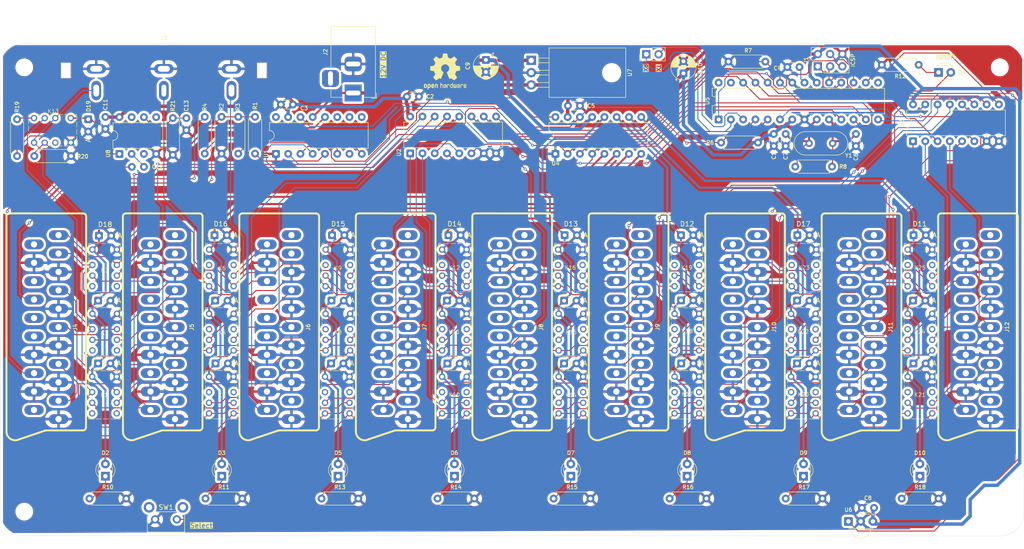
<source format=kicad_pcb>
(kicad_pcb (version 20241229) (generator "pcbnew") (generator_version "9.0")
  (title_block (title "SCART Invader") (company "Nic Chester M0SRI"))
  (layers (0 "F.Cu" signal) (2 "B.Cu" signal) (13 "F.Paste" user) (15 "B.Paste" user) (5 "F.SilkS" user "F.Silkscreen") (7 "B.SilkS" user "B.Silkscreen") (1 "F.Mask" user) (3 "B.Mask" user) (25 "Edge.Cuts" user))
  (net 0 "")
  (net 1 "GND")
  (net 2 "+5V")
  (net 3 "Net-(U5-AREF)")
  (net 4 "/X2")
  (net 5 "/X1")
  (net 6 "+12V")
  (net 7 "Net-(U8-VIDEO)")
  (net 8 "Net-(C12-Pad2)")
  (net 9 "Net-(U8-INT)")
  (net 10 "Net-(D2-K)")
  (net 11 "Net-(D3-K)")
  (net 12 "Net-(D4-K)")
  (net 13 "/D13")
  (net 14 "Net-(D5-K)")
  (net 15 "Net-(D6-K)")
  (net 16 "Net-(D7-K)")
  (net 17 "Net-(D8-K)")
  (net 18 "Net-(D9-K)")
  (net 19 "Net-(D10-K)")
  (net 20 "/RL_CSYNC")
  (net 21 "/D11")
  (net 22 "/D12")
  (net 23 "/~{RESET}")
  (net 24 "/Comp_SELECTED")
  (net 25 "/RED_1")
  (net 26 "/Red_OUT")
  (net 29 "/COMP_1")
  (net 30 "/BLUE_1")
  (net 32 "/Blue_OUT")
  (net 33 "/GREEN_1")
  (net 35 "/Green_OUT")
  (net 36 "/Audio_R_OUT")
  (net 37 "/Audio_L_OUT")
  (net 38 "/LEFT_1")
  (net 41 "/RIGHT_1")
  (net 44 "/COMP_2")
  (net 45 "/RED_2")
  (net 48 "/GREEN_2")
  (net 49 "/BLUE_2")
  (net 50 "/RIGHT_2")
  (net 53 "/LEFT_2")
  (net 54 "/COMP_3")
  (net 56 "/RED_3")
  (net 58 "/BLUE_3")
  (net 60 "/GREEN_3")
  (net 62 "/LEFT_3")
  (net 65 "/RIGHT_3")
  (net 68 "/RED_4")
  (net 69 "/COMP_4")
  (net 70 "/GREEN_4")
  (net 72 "/BLUE_4")
  (net 75 "/RIGHT_4")
  (net 76 "/LEFT_4")
  (net 78 "/Comp_OUT")
  (net 79 "Net-(K13-Pad4)")
  (net 81 "/COMP_5")
  (net 82 "/RED_5")
  (net 86 "/BLUE_5")
  (net 87 "/GREEN_5")
  (net 90 "/LEFT_5")
  (net 91 "/RIGHT_5")
  (net 93 "/COMP_6")
  (net 96 "/RED_6")
  (net 98 "/BLUE_6")
  (net 99 "/GREEN_6")
  (net 101 "/LEFT_6")
  (net 102 "/RIGHT_6")
  (net 106 "/RED_7")
  (net 107 "/COMP_7")
  (net 111 "/RED_8")
  (net 112 "/COMP_8")
  (net 113 "/BLUE_7")
  (net 116 "/GREEN_7")
  (net 117 "/RIGHT_7")
  (net 119 "/LEFT_7")
  (net 123 "/BLUE_8")
  (net 124 "/GREEN_8")
  (net 125 "/LEFT_8")
  (net 128 "/RIGHT_8")
  (net 129 "Net-(U1-OUT1)")
  (net 130 "/ASPECT_SWITCHING")
  (net 131 "Net-(U1-OUT2)")
  (net 132 "Net-(U1-OUT4)")
  (net 133 "/RGB_SWITCHING")
  (net 134 "/ARGB_~{OE}")
  (net 135 "/D3")
  (net 136 "/A0")
  (net 137 "Net-(U8-CSYNC)")
  (net 138 "/D10")
  (net 139 "/D6")
  (net 140 "/DATA_2")
  (net 144 "/D5")
  (net 147 "/A2")
  (net 148 "/A3")
  (net 149 "/D2")
  (net 150 "/A1")
  (net 151 "/D4")
  (net 152 "/D7")
  (net 153 "/D1")
  (net 154 "/D8")
  (net 155 "/D0")
  (net 156 "/A5")
  (net 157 "/A4")
  (net 222 "/MUX_RL_8")
  (net 223 "/MUX_RL_6")
  (net 224 "/MUX_RL_5")
  (net 225 "/MUX_RL_4")
  (net 226 "/MUX_RL_3")
  (net 227 "/MUX_RL_2")
  (net 228 "/MUX_RL_7")
  (net 229 "/MUX_RL_1")
  (footprint "Hongfa:HFD4" (layer "F.Cu") (at 129.159 104.217227 -90)
    (property "Reference" "K11")
    (property "Value" "HFD4" (hide yes))
  )
  (footprint "Hongfa:HFD4" (layer "F.Cu") (at 201.412 104.217227 -90)
    (property "Reference" "K22")
    (property "Value" "HFD4" (hide yes))
  )
  (footprint "Diode_THT:D_DO-35_SOD27_P2.54mm_Vertical_AnodeUp" (layer "F.Cu") (at 103.71 97.75)
    (property "Reference" "D30" (hide yes))
    (property "Value" "1N4148" (hide yes))
  )
  (footprint "Capacitor_THT:C_Disc_D3.0mm_W1.6mm_P2.50mm" (layer "F.Cu") (at 197.7644 65.748051 90)
    (property "Reference" "C7")
    (property "Value" "22p" (hide yes))
  )
  (footprint "MountingHole:MountingHole_3.2mm_M3" (layer "F.Cu") (at 40.097 141.45)
    (property "Reference" "H2" (hide yes))
    (property "Value" "MountingHole" (hide yes))
  )
  (footprint "LED_THT:LED_D3.0mm" (layer "F.Cu") (at 177.364571 134.112 90)
    (property "Reference" "D8")
    (property "Value" "LED" (hide yes))
  )
  (footprint "SCART:SCART_F_Vertical_Wide" (layer "F.Cu") (at 68.771426 103.236134 90)
    (property "Reference" "J5")
    (property "Value" "SCART-F" (hide yes))
  )
  (footprint "Capacitor_THT:CP_Radial_D5.0mm_P2.50mm" (layer "F.Cu") (at 176.594887 50.684313 90)
    (property "Reference" "C10")
    (property "Value" "22 uF 25V" (hide yes))
  )
  (footprint "Package_DIP:DIP-8_W7.62mm" (layer "F.Cu") (at 59.792 67.37 90)
    (property "Reference" "U8")
    (property "Value" "LM1881" (hide yes))
  )
  (footprint "Capacitor_THT:C_Disc_D3.0mm_W1.6mm_P2.50mm" (layer "F.Cu") (at 212.305458 65.748051 90)
    (property "Reference" "C6")
    (property "Value" "22p" (hide yes))
  )
  (footprint "SCART:SCART_F_Vertical_Wide" (layer "F.Cu") (at 237.590426 103.236134 90)
    (property "Reference" "J12")
    (property "Value" "SCART-F" (hide yes))
  )
  (footprint "Hongfa:HFD4" (layer "F.Cu") (at 56.7436 104.217227 -90)
    (property "Reference" "K2")
    (property "Value" "HFD4" (hide yes))
  )
  (footprint "Diode_THT:D_DO-35_SOD27_P2.54mm_Vertical_AnodeUp" (layer "F.Cu") (at 103.833333 84.201)
    (property "Reference" "D15")
    (property "Value" "1N4148" (hide yes))
  )
  (footprint "Capacitor_THT:C_Disc_D3.0mm_W1.6mm_P2.50mm" (layer "F.Cu") (at 73.66 59.964 -90)
    (property "Reference" "C13")
    (property "Value" "100 nF" (hide yes))
  )
  (footprint "Connector_BarrelJack:BarrelJack_Horizontal" (layer "F.Cu") (at 108.204 54.75 -90)
    (property "Reference" "J2")
    (property "Value" "12V Barrel Jack" (hide yes))
  )
  (footprint "Resistor_THT:R_Axial_DIN0207_L6.3mm_D2.5mm_P7.62mm_Horizontal" (layer "F.Cu") (at 101.6508 138.7348)
    (property "Reference" "R13")
    (property "Value" "2K2" (hide yes))
  )
  (footprint "Package_DIP:DIP-28_W7.62mm" (layer "F.Cu") (at 183.878384 60.232836 90)
    (property "Reference" "U5")
    (property "Value" "ATmega328P-P" (hide yes))
  )
  (footprint "SCART:SCART_F_Vertical_Wide" (layer "F.Cu") (at 213.473426 103.236134 90)
    (property "Reference" "J11")
    (property "Value" "SCART-F" (hide yes))
  )
  (footprint "Resistor_THT:R_Axial_DIN0207_L6.3mm_D2.5mm_P7.62mm_Horizontal" (layer "F.Cu") (at 125.6792 138.7348)
    (property "Reference" "R14")
    (property "Value" "2K2" (hide yes))
  )
  (footprint "Diode_THT:D_DO-35_SOD27_P2.54mm_Vertical_AnodeUp" (layer "F.Cu") (at 55.385686 97.75)
    (property "Reference" "D33" (hide yes))
    (property "Value" "1N4148" (hide yes))
  )
  (footprint "LED_THT:LED_D3.0mm" (layer "F.Cu") (at 153.270857 134.112 90)
    (property "Reference" "D7")
    (property "Value" "LED" (hide yes))
  )
  (footprint "LED_THT:LED_D3.0mm" (layer "F.Cu") (at 80.989714 134.112 90)
    (property "Reference" "D3")
    (property "Value" "LED" (hide yes))
  )
  (footprint "Hongfa:HFD4" (layer "F.Cu") (at 201.549 90.9228 -90)
    (property "Reference" "K23")
    (property "Value" "HFD4" (hide yes))
  )
  (footprint "Resistor_THT:R_Axial_DIN0207_L6.3mm_D2.5mm_P7.62mm_Horizontal" (layer "F.Cu") (at 199.7456 70.0024)
    (property "Reference" "R8")
    (property "Value" "1M" (hide yes))
  )
  (footprint "Diode_THT:D_DO-35_SOD27_P2.54mm_Vertical_AnodeUp" (layer "F.Cu") (at 53.34 60.198 -90)
    (property "Reference" "D19")
    (property "Value" "1N4148" (hide yes))
  )
  (footprint "Capacitor_THT:CP_Radial_D5.0mm_P2.50mm" (layer "F.Cu") (at 135.6868 47.9044 -90)
    (property "Reference" "C9")
    (property "Value" "22 uF 25V" (hide yes))
  )
  (footprint "Diode_THT:D_DO-35_SOD27_P2.54mm_Vertical_AnodeUp" (layer "F.Cu") (at 200.166667 84.201)
    (property "Reference" "D17")
    (property "Value" "1N4148" (hide yes))
  )
  (footprint "Connector_PinHeader_2.54mm:PinHeader_2x03_P2.54mm_Vertical" (layer "F.Cu") (at 204.418384 49.232836 90)
    (property "Reference" "J1")
    (property "Value" "ICSP")
  )
  (footprint "LED_THT:LED_D3.0mm" (layer "F.Cu") (at 225.552 134.112 90)
    (property "Reference" "D10")
    (property "Value" "LED" (hide yes))
  )
  (footprint "LED_THT:LED_D3.0mm" (layer "F.Cu") (at 56.896 134.112 90)
    (property "Reference" "D2")
    (property "Value" "LED" (hide yes))
  )
  (footprint "Capacitor_THT:C_Disc_D3.0mm_W1.6mm_P2.50mm" (layer "F.Cu") (at 200.6092 49.3776 180)
    (property "Reference" "C4")
    (property "Value" "100 nF" (hide yes))
  )
  (footprint "Resistor_THT:R_Axial_DIN0207_L6.3mm_D2.5mm_P7.62mm_Horizontal" (layer "F.Cu") (at 53.594 138.7348)
    (property "Reference" "R10")
    (property "Value" "2K2" (hide yes))
  )
  (footprint "Diode_THT:D_DO-35_SOD27_P2.54mm_Vertical_AnodeUp" (layer "F.Cu") (at 224.135686 97.75)
    (property "Reference" "D1" (hide yes))
    (property "Value" "1N4148" (hide yes))
  )
  (footprint "Hongfa:HFD4" (layer "F.Cu") (at 105.019 104.217227 -90)
    (property "Reference" "K8")
    (property "Value" "HFD4" (hide yes))
  )
  (footprint "Diode_THT:D_DO-35_SOD27_P2.54mm_Vertical_AnodeUp" (layer "F.Cu") (at 224.21 110.75)
    (property "Reference" "D20" (hide yes))
    (property "Value" "1N4148" (hide yes))
  )
  (footprint "Resistor_THT:R_Axial_DIN0207_L6.3mm_D2.5mm_P7.62mm_Horizontal" (layer "F.Cu") (at 70.866 59.944 -90)
    (property "Reference" "R21")
    (property "Value" "680k" (hide yes))
  )
  (footprint "Package_DIP:DIP-16_W7.62mm" (layer "F.Cu") (at 150.072615 67.35409 90)
    (property "Reference" "U4")
    (property "Value" "MIC5891" (hide yes))
  )
  (footprint "Hongfa:HFD4" (layer "F.Cu") (at 153.289 104.217227 -90)
    (property "Reference" "K15")
    (property "Value" "HFD4" (hide yes))
  )
  (footprint "MountingHole:MountingHole_3.2mm_M3" (layer "F.Cu") (at 242.097 141.45)
    (property "Reference" "H4" (hide yes))
    (property "Value" "MountingHole" (hide yes))
  )
  (footprint "OptoDevice:Vishay_MINICAST-3Pin" (layer "F.Cu") (at 210.7438 143.4592)
    (property "Reference" "U6")
    (property "Value" "TSOP384xx" (hide yes))
  )
  (footprint "Hongfa:HFD4" (layer "F.Cu") (at 45.974 62.484 180)
    (property "Reference" "K13")
    (property "Value" "HFD4" (hide yes))
  )
  (footprint "Connector_RCA:RCJ-32234" (layer "F.Cu") (at 69 49.75)
    (property "Reference" "J3")
    (property "Value" "RCJ-32234" (hide yes))
    (fp_rect (start -21.3 -1.27) (end -19.3 1.93) (stroke (width 0.05)) (fill no) (layer "Edge.Cuts"))
    (fp_rect (start 19.3 -1.27) (end 21.3 1.93) (stroke (width 0.05)) (fill no) (layer "Edge.Cuts"))
  )
  (footprint "Diode_THT:D_DO-35_SOD27_P2.54mm_Vertical_AnodeUp" (layer "F.Cu") (at 127.916667 84.201)
    (property "Reference" "D14")
    (property "Value" "1N4148" (hide yes))
  )
  (footprint "Resistor_THT:R_Axial_DIN0207_L6.3mm_D2.5mm_P7.62mm_Horizontal" (layer "F.Cu") (at 87.884 59.69 -90)
    (property "Reference" "R1")
    (property "Value" "470R" (hide yes))
  )
  (footprint "MountingHole:MountingHole_3.2mm_M3" (layer "F.Cu") (at 242.097 49.45)
    (property "Reference" "H3" (hide yes))
    (property "Value" "MountingHole" (hide yes))
  )
  (footprint "Diode_THT:D_DO-35_SOD27_P2.54mm_Vertical_AnodeUp" (layer "F.Cu") (at 55.385686 110.75)
    (property "Reference" "D34" (hide yes))
    (property "Value" "1N4148" (hide yes))
  )
  (footprint "Package_DIP:DIP-16_W7.62mm" (layer "F.Cu") (at 120.01 67.25 90)
    (property "Reference" "U2")
    (property "Value" "CD4051B" (hide yes))
  )
  (footprint "Resistor_THT:R_Axial_DIN0207_L6.3mm_D2.5mm_P7.62mm_Horizontal" (layer "F.Cu") (at 84.412667 59.69 -90)
    (property "Reference" "R3")
    (property "Value" "10K" (hide yes))
  )
  (footprint "Capacitor_THT:C_Disc_D3.0mm_W1.6mm_P2.50mm" (layer "F.Cu") (at 216.0578 140.6652 180)
    (property "Reference" "C8")
    (property "Value" "100 nF" (hide yes))
  )
  (footprint "Capacitor_THT:C_Disc_D3.0mm_W1.6mm_P2.50mm" (layer "F.Cu") (at 95.738 57.15 180)
    (property "Reference" "C3")
    (property "Value" "100 nF" (hide yes))
  )
  (footprint "Diode_THT:D_DO-35_SOD27_P2.54mm_Vertical_AnodeUp" (layer "F.Cu") (at 79.71 110.75)
    (property "Reference" "D31" (hide yes))
    (property "Value" "1N4148" (hide yes))
  )
  (footprint "SCART:SCART_F_Vertical_Wide" (layer "F.Cu") (at 189.356426 103.236134 90)
    (property "Reference" "J10")
    (property "Value" "SCART-F" (hide yes))
  )
  (footprint "Hongfa:HFD4" (layer "F.Cu") (at 153.162 90.9228 -90)
    (property "Reference" "K16")
    (property "Value" "HFD4" (hide yes))
  )
  (footprint "Resistor_THT:R_Axial_DIN0207_L6.3mm_D2.5mm_P7.62mm_Horizontal" (layer "F.Cu") (at 197.7644 138.7348)
    (property "Reference" "R17")
    (property "Value" "2K2" (hide yes))
  )
  (footprint "Hongfa:HFD4" (layer "F.Cu") (at 177.282 104.217227 -90)
    (property "Reference" "K18")
    (property "Value" "HFD4" (hide yes))
  )
  (footprint "Hongfa:HFD4" (layer "F.Cu") (at 80.899 104.217227 -90)
    (property "Reference" "K5")
    (property "Value" "HFD4" (hide yes))
  )
  (footprint "Capacitor_THT:C_Disc_D3.0mm_W1.6mm_P2.50mm" (layer "F.Cu") (at 195.305458 63.248051 -90)
    (property "Reference" "C1")
    (property "Value" "100 nF" (hide yes))
  )
  (footprint "SCART:SCART_F_Vertical_Wide" (layer "F.Cu") (at 141.122426 103.236134 90)
    (property "Reference" "J8")
    (property "Value" "SCART-F" (hide yes))
  )
  (footprint "Resistor_THT:R_Axial_DIN0207_L6.3mm_D2.5mm_P7.62mm_Horizontal" (layer "F.Cu") (at 77.47 59.69 -90)
    (property "Reference" "R4")
    (property "Value" "470R" (hide yes))
  )
  (footprint "LED_THT:LED_D3.0mm" (layer "F.Cu") (at 201.458286 134.112 90)
    (property "Reference" "D9")
    (property "Value" "LED" (hide yes))
  )
  (footprint "Hongfa:HFD4" (layer "F.Cu") (at 201.412 117.25 -90)
    (property "Reference" "K20")
    (property "Value" "HFD4" (hide yes))
  )
  (footprint "LED_THT:LED_D3.0mm" (layer "F.Cu") (at 105.083429 134.112 90)
    (property "Reference" "D5")
    (property "Value" "LED" (hide yes))
  )
  (footprint "Resistor_THT:R_Axial_DIN0207_L6.3mm_D2.5mm_P7.62mm_Horizontal" (layer "F.Cu") (at 193.548 48.26 180)
    (property "Reference" "R7")
    (property "Value" "10K" (hide yes))
  )
  (footprint "Hongfa:HFD4" (layer "F.Cu") (at 80.889 117.25 -90)
    (property "Reference" "K4")
    (property "Value" "HFD4" (hide yes))
  )
  (footprint "Resistor_THT:R_Axial_DIN0207_L6.3mm_D2.5mm_P7.62mm_Horizontal" (layer "F.Cu") (at 149.7076 138.7348)
    (property "Reference" "R15")
    (property "Value" "2K2" (hide yes))
  )
  (footprint "Package_DIP:DIP-16_W7.62mm" (layer "F.Cu") (at 92.202 67.35409 90)
    (property "Reference" "U1")
    (property "Value" "MIC5891" (hide yes))
  )
  (footprint "SCART:SCART_F_Vertical_Wide" (layer "F.Cu") (at 44.654426 103.236134 90)
    (property "Reference" "J4")
    (property "Value" "SCART-F" (hide yes))
  )
  (footprint "Hongfa:HFD4" (layer "F.Cu") (at 153.279 117.25 -90)
    (property "Reference" "K14")
    (property "Value" "HFD4" (hide yes))
  )
  (footprint "Diode_THT:D_DO-35_SOD27_P2.54mm_Vertical_AnodeUp" (layer "F.Cu") (at 176.083333 84.201)
    (property "Reference" "D12")
    (property "Value" "1N4148" (hide yes))
  )
  (footprint "Resistor_THT:R_Axial_DIN0207_L6.3mm_D2.5mm_P7.62mm_Horizontal" (layer "F.Cu") (at 192.024 65.024 180)
    (property "Reference" "R6")
    (property "Value" "10K" (hide yes))
  )
  (footprint "LED_THT:LED_D3.0mm" (layer "F.Cu") (at 129.177143 134.112 90)
    (property "Reference" "D6")
    (property "Value" "LED" (hide yes))
  )
  (footprint "Diode_THT:D_DO-35_SOD27_P2.54mm_Vertical_AnodeUp" (layer "F.Cu") (at 151.885686 97.75)
    (property "Reference" "D25" (hide yes))
    (property "Value" "1N4148" (hide yes))
  )
  (footprint "Connector_PinHeader_2.54mm:PinHeader_1x02_P2.54mm_Vertical" (layer "F.Cu") (at 168.905 46.736 90)
    (property "Reference" "J13" (hide yes))
    (property "Value" "Conn_01x02_Pin" (hide yes))
  )
  (footprint "Capacitor_THT:C_Disc_D3.0mm_W1.6mm_P2.50mm" (layer "F.Cu") (at 56.896 59.71 -90)
    (property "Reference" "C11")
    (property "Value" "100 nF" (hide yes))
  )
  (footprint "Symbol:OSHW-Logo2_9.8x8mm_SilkScreen" (layer "F.Cu") (at 127.254 50.292)
    (property "Reference" "REF**" (hide yes))
    (property "Value" "OSHW-Logo2_9.8x8mm_SilkScreen" (hide yes))
  )
  (footprint "Resistor_THT:R_Axial_DIN0207_L6.3mm_D2.5mm_P7.62mm_Horizontal" (layer "F.Cu") (at 173.736 138.7348)
    (property "Reference" "R16")
    (property "Value" "2K2" (hide yes))
  )
  (footprint "Capacitor_THT:C_Disc_D3.0mm_W1.6mm_P2.50mm" (layer "F.Cu") (at 119.3292 55.499)
    (property "Reference" "C2")
    (property "Value" "100 nF" (hide yes))
  )
  (footprint "SCART:SCART_F_Vertical_Wide" (layer "F.Cu") (at 92.888426 103.236134 90)
    (property "Reference" "J6")
    (property "Value" "SCART-F" (hide yes))
  )
  (footprint "Button_Switch_THT:SW_Tactile_SKHH_Angled" (layer "F.Cu") (at 71.6936 143.0422 180)
    (property "Reference" "SW1")
    (property "Value" "FP_Button")
  )
  (footprint "Diode_THT:D_DO-35_SOD27_P2.54mm_Vertical_AnodeUp" (layer "F.Cu") (at 79.5 84.201)
    (property "Reference" "D16")
    (property "Value" "1N4148" (hide yes))
  )
  (footprint "Resistor_THT:R_Axial_DIN0207_L6.3mm_D2.5mm_P7.62mm_Horizontal" (layer "F.Cu") (at 225.298 48.9204 180)
    (property "Reference" "R12")
    (property "Value" "1K" (hide yes))
  )
  (footprint "Diode_THT:D_DO-35_SOD27_P2.54mm_Vertical_AnodeUp" (layer "F.Cu") (at 200.135686 110.75)
    (property "Reference" "D22" (hide yes))
    (property "Value" "1N4148" (hide yes))
  )
  (footprint "Hongfa:HFD4" (layer "F.Cu") (at 177.282 117.25 -90)
    (property "Reference" "K17")
    (property "Value" "HFD4" (hide yes))
  )
  (footprint "Resistor_THT:R_Axial_DIN0207_L6.3mm_D2.5mm_P7.62mm_Horizontal" (layer "F.Cu") (at 42.164 67.818)
    (property "Reference" "R20")
    (property "Value" "75R" (hide yes))
  )
  (footprint "Resistor_THT:R_Axial_DIN0207_L6.3mm_D2.5mm_P7.62mm_Horizontal" (layer "F.Cu") (at 221.7928 138.7348)
    (property "Reference" "R18")
    (property "Value" "2K2" (hide yes))
  )
  (footprint "Hongfa:HFD4" (layer "F.Cu") (at 225.552 90.9228 -90)
    (property "Reference" "K25")
    (property "Value" "HFD4" (hide yes))
  )
  (footprint "Diode_THT:D_DO-35_SOD27_P2.54mm_Vertical_AnodeUp" (layer "F.Cu") (at 103.635686 110.75)
    (property "Reference" "D29" (hide yes))
    (property "Value" "1N4148" (hide yes))
  )
  (footprint "Hongfa:HFD4" (layer "F.Cu") (at 225.552 117.25 -90)
    (property "Reference" "K21")
    (property "Value" "HFD4" (hide yes))
  )
  (footprint "Resistor_THT:R_Axial_DIN0207_L6.3mm_D2.5mm_P7.62mm_Horizontal" (layer "F.Cu") (at 80.941333 59.69 -90)
    (property "Reference" "R2")
    (property "Value" "10K" (hide yes))
  )
  (footprint "SCART:SCART_F_Vertical_Wide" (layer "F.Cu") (at 165.239426 103.236134 90)
    (property "Reference" "J9")
    (property "Value" "SCART-F" (hide yes))
  )
  (footprint "Capacitor_THT:C_Disc_D3.0mm_W1.6mm_P2.50mm" (layer "F.Cu") (at 152.674 57.404)
    (property "Reference" "C5")
    (property "Value" "100 nF" (hide yes))
  )
  (footprint "SCART:SCART_F_Vertical_Wide" (layer "F.Cu") (at 117.005426 103.236134 90)
    (property "Reference" "J7")
    (property "Value" "SCART-F" (hide yes))
  )
  (footprint "Diode_THT:D_DO-35_SOD27_P2.54mm_Vertical_AnodeUp" (layer "F.Cu") (at 151.885686 110.75)
    (property "Reference" "D26" (hide yes))
    (property "Value" "1N4148" (hide yes))
  )
  (footprint "Resistor_THT:R_Axial_DIN0207_L6.3mm_D2.5mm_P7.62mm_Horizontal" (layer "F.Cu") (at 38.608 60.198 -90)
    (property "Reference" "R19")
    (property "Value" "470R" (hide yes))
  )
  (footprint "Hongfa:HFD4" (layer "F.Cu") (at 56.6928 117.25 -90)
    (property "Reference" "K1")
    (property "Value" "HFD4" (hide yes))
  )
  (footprint "Hongfa:HFD4" (layer "F.Cu") (at 129.149 90.9228 -90)
    (property "Reference" "K12")
    (property "Value" "HFD4" (hide yes))
  )
  (footprint "Diode_THT:D_DO-35_SOD27_P2.54mm_Vertical_AnodeUp" (layer "F.Cu") (at 79.635686 97.75)
    (property "Reference" "D32" (hide yes))
    (property "Value" "1N4148" (hide yes))
  )
  (footprint "Hongfa:HFD4" (layer "F.Cu") (at 80.899 90.9228 -90)
    (property "Reference" "K6")
    (property "Value" "HFD4" (hide yes))
  )
  (footprint "Diode_THT:D_DO-35_SOD27_P2.54mm_Vertical_AnodeUp" (layer "F.Cu") (at 152 84.201)
    (property "Reference" "D13")
    (property "Value" "1N4148" (hide yes))
  )
  (footprint "Crystal:Crystal_HC49-U_Vertical" (layer "F.Cu") (at 207.493842 65.1764 180)
    (property "Reference" "Y1")
    (property "Value" "16 MHz" (hide yes))
  )
  (footprint "Resistor_THT:R_Axial_DIN0207_L6.3mm_D2.5mm_P7.62mm_Horizontal" (layer "F.Cu") (at 77.6224 138.7348)
    (property "Reference" "R11")
    (property "Value" "2K2" (hide yes))
  )
  (footprint "Package_TO_SOT_THT:TO-220-3_Horizontal_TabDown" (layer "F.Cu") (at 145.075 48.006 -90)
    (property "Reference" "U7")
    (property "Value" "LM7805_TO220" (hide yes))
  )
  (footprint "Diode_THT:D_DO-35_SOD27_P2.54mm_Vertical_AnodeUp" (layer "F.Cu") (at 224.25 84.201)
    (property "Reference" "D11")
    (property "Value" "1N4148" (hide yes))
  )
  (footprint "Hongfa:HFD4" (layer "F.Cu") (at 225.542 104.217227 -90)
    (property "Reference" "K24")
    (property "Value" "HFD4" (hide yes))
  )
  (footprint "Diode_THT:D_DO-35_SOD27_P2.54mm_Vertical_AnodeUp" (layer "F.Cu") (at 127.635686 97.75)
    (property "Reference" "D27" (hide yes))
    (property "Value" "1N4148" (hide yes))
  )
  (footprint "Hongfa:HFD4" (layer "F.Cu") (at 56.7336 90.9228 -90)
    (property "Reference" "K3")
    (property "Value" "HFD4" (hide yes))
  )
  (footprint "Package_DIP:DIP-16_W7.62mm" (layer "F.Cu") (at 224.130314 64.742001 90)
    (property "Reference" "U3")
    (property "Value" "CD4051B" (hide yes))
  )
  (footprint "Hongfa:HFD4" (layer "F.Cu") (at 105.019 90.9228 -90)
    (property "Reference" "K9")
    (property "Value" "HFD4" (hide yes))
  )
  (footprint "Capacitor_THT:C_Disc_D3.0mm_W1.6mm_P2.50mm" (layer "F.Cu") (at 64.8716 70.0532 180)
    (property "Reference" "C12")
    (property "Value" "100 nF" (hide yes))
  )
  (footprint "Diode_THT:D_DO-35_SOD27_P2.54mm_Vertical_AnodeUp" (layer "F.Cu") (at 176.135686 110.75)
    (property "Reference" "D23" (hide yes))
    (property "Value" "1N4148" (hide yes))
  )
  (footprint "Diode_THT:D_DO-35_SOD27_P2.54mm_Vertical_AnodeUp" (layer "F.Cu") (at 127.71 110.772742)
    (property "Reference" "D28" (hide yes))
    (property "Value" "1N4148" (hide yes))
  )
  (footprint "Diode_THT:D_DO-35_SOD27_P2.54mm_Vertical_AnodeUp" (layer "F.Cu") (at 55.565191 84.305258)
    (property "Reference" "D18")
    (property "Value" "1N4148" (hide yes))
  )
  (footprint "Hongfa:HFD4" (layer "F.Cu") (at 129.149 117.25 -90)
    (property "Reference" "K10")
    (property "Value" "HFD4" (hide yes))
  )
  (footprint "MountingHole:MountingHole_3.2mm_M3" (layer "F.Cu") (at 40.097 49.45)
    (property "Reference" "H1" (hide yes))
    (property "Value" "MountingHole" (hide yes))
  )
  (footprint "Diode_THT:D_DO-35_SOD27_P2.54mm_Vertical_AnodeUp" (layer "F.Cu") (at 200.135686 97.75)
    (property "Reference" "D21" (hide yes))
    (property "Value" "1N4148" (hide yes))
  )
  (footprint "Hongfa:HFD4" (layer "F.Cu") (at 177.282 90.9228 -90)
    (property "Reference" "K19")
    (property "Value" "HFD4" (hide yes))
  )
  (footprint "LED_THT:LED_D3.0mm" (layer "F.Cu") (at 229.4128 50.4952)
    (property "Reference" "D4")
    (property "Value" "Status")
  )
  (footprint "Diode_THT:D_DO-35_SOD27_P2.54mm_Vertical_AnodeUp" (layer "F.Cu") (at 176.1 97.7)
    (property "Reference" "D24" (hide yes))
    (property "Value" "1N4148" (hide yes))
  )
  (footprint "Hongfa:HFD4" (layer "F.Cu") (at 104.902 117.25 -90)
    (property "Reference" "K7")
    (property "Value" "HFD4" (hide yes))
  )
  (gr_line (start 247.1 141.5) (end 247.1 49.5) (stroke (width 0.05)) (layer "Edge.Cuts"))
  (gr_arc (start 40.1 146.4) (mid 36.564466 144.935534) (end 35.1 141.4) (stroke (width 0.05)) (layer "Edge.Cuts"))
  (gr_line (start 40.1 146.4) (end 242.1 146.5) (stroke (width 0.05)) (layer "Edge.Cuts"))
  (gr_arc (start 247.1 141.5) (mid 245.635534 145.035534) (end 242.1 146.5) (stroke (width 0.05)) (layer "Edge.Cuts"))
  (gr_arc (start 242.1 44.5) (mid 245.635534 45.964466) (end 247.1 49.5) (stroke (width 0.05)) (layer "Edge.Cuts"))
  (gr_line (start 35.1 49.5) (end 35.1 141.4) (stroke (width 0.05)) (layer "Edge.Cuts"))
  (gr_arc (start 35.1 49.5) (mid 36.564466 45.964466) (end 40.1 44.5) (stroke (width 0.05)) (layer "Edge.Cuts"))
  (gr_line (start 40.1 44.5) (end 242.1 44.5) (stroke (width 0.05)) (layer "Edge.Cuts"))
  (gr_text "12V DC" (at 115.05 51.75 90) (layer "F.SilkS" knockout) (effects (font (size 1 1)) (justify left bottom)))
  (gr_text "RX" (at 168.275 48.641 270) (layer "F.SilkS" knockout) (effects (font (size 0.8 0.8) (thickness 0.2) (bold yes)) (justify left bottom)))
  (gr_text "Select" (at 74.3458 144.9324 0) (layer "F.SilkS" knockout) (effects (font (size 1 1)) (justify left bottom)))
  (gr_text "TX\n" (at 170.95 48.8 270) (layer "F.SilkS" knockout) (effects (font (size 0.8 0.8) (thickness 0.2) (bold yes)) (justify left bottom)))
  (segment (start 181.1782 46.101) (end 176.594887 50.684313) (width 0.7) (layer "F.Cu") (net 2))
  (segment (start 119.2276 55.9816) (end 119.3292 55.88) (width 0.7) (layer "F.Cu") (net 2))
  (segment (start 204.418384 46.692836) (end 197.873636 46.692836) (width 0.7) (layer "F.Cu") (net 2))
  (segment (start 197.2818 46.101) (end 181.1782 46.101) (width 0.7) (layer "F.Cu") (net 2))
  (segment (start 56.936 59.75) (end 56.896 59.71) (width 0.7) (layer "F.Cu") (net 2))
  (segment (start 94.4372 55.372) (end 90.8304 55.372) (width 0.7) (layer "F.Cu") (net 2))
  (segment (start 146.726 53.086) (end 121.412 53.086) (width 0.7) (layer "F.Cu") (net 2))
  (segment (start 120.01 59.63) (end 119.5324 59.1524) (width 0.7) (layer "F.Cu") (net 2))
  (segment (start 119.3292 55.1688) (end 119.3292 55.499) (width 0.7) (layer "F.Cu") (net 2))
  (segment (start 95.738 57.15) (end 95.738 56.6728) (width 0.7) (layer "F.Cu") (net 2))
  (segment (start 119.5324 57.2824) (end 119.2276 56.9776) (width 0.7) (layer "F.Cu") (net 2))
  (segment (start 59.792 59.75) (end 56.936 59.75) (width 0.7) (layer "F.Cu") (net 2))
  (segment (start 88.6968 57.5056) (end 62.0364 57.5056) (width 0.7) (layer "F.Cu") (net 2))
  (segment (start 152.6032 53.086) (end 174.1932 53.086) (width 0.7) (layer "F.Cu") (net 2))
  (segment (start 119.5324 59.1524) (end 119.5324 57.2824) (width 0.7) (layer "F.Cu") (net 2))
  (segment (start 95.738 56.6728) (end 94.4372 55.372) (width 0.7) (layer "F.Cu") (net 2))
  (segment (start 152.612615 59.73409) (end 152.612615 57.465385) (width 0.7) (layer "F.Cu") (net 2))
  (segment (start 119.3292 55.88) (end 119.3292 55.499) (width 0.7) (layer "F.Cu") (net 2))
  (segment (start 152.674 53.1568) (end 152.6032 53.086) (width 0.7) (layer "F.Cu") (net 2))
  (segment (start 121.412 53.086) (end 119.3292 55.1688) (width 0.7) (layer "F.Cu") (net 2))
  (segment (start 62.0364 57.5056) (end 59.792 59.75) (width 0.7) (layer "F.Cu") (net 2))
  (segment (start 174.1932 53.086) (end 176.594887 50.684313) (width 0.7) (layer "F.Cu") (net 2))
  (segment (start 146.726 53.086) (end 152.6032 53.086) (width 0.7) (layer "F.Cu") (net 2))
  (segment (start 152.612615 57.465385) (end 152.674 57.404) (width 0.7) (layer "F.Cu") (net 2))
  (segment (start 90.8304 55.372) (end 88.6968 57.5056) (width 0.7) (layer "F.Cu") (net 2))
  (segment (start 119.2276 56.9776) (end 119.2276 55.9816) (width 0.7) (layer "F.Cu") (net 2))
  (segment (start 197.873636 46.692836) (end 197.2818 46.101) (width 0.7) (layer "F.Cu") (net 2))
  (segment (start 152.674 57.404) (end 152.674 53.1568) (width 0.7) (layer "F.Cu") (net 2))
  (segment (start 226.1108 53.848) (end 226.1108 53.8892) (width 0.7) (layer "B.Cu") (net 2))
  (segment (start 217.3224 45.0596) (end 226.1108 53.848) (width 0.7) (layer "B.Cu") (net 2))
  (segment (start 195.305458 63.248051) (end 196.831509 61.722) (width 0.7) (layer "B.Cu") (net 2))
  (segment (start 204.418384 46.692836) (end 202.8444 48.26682) (width 0.7) (layer "B.Cu") (net 2))
  (segment (start 176.594887 61.380487) (end 182.7784 67.564) (width 0.7) (layer "B.Cu") (net 2))
  (segment (start 215.8238 140.8992) (end 216.0578 140.6652) (width 0.7) (layer "B.Cu") (net 2))
  (segment (start 206.05162 45.0596) (end 217.3224 45.0596) (width 0.7) (layer "B.Cu") (net 2))
  (segment (start 202.8444 51.258852) (end 204.198384 52.612836) (width 0.7) (layer "B.Cu") (net 2))
  (segment (start 94.742 58.146) (end 95.738 57.15) (width 0.7) (layer "B.Cu") (net 2))
  (segment (start 196.831509 61.722) (end 197.62922 61.722) (width 0.7) (layer "B.Cu") (net 2))
  (segment (start 204.418384 46.692836) (end 206.05162 45.0596) (width 0.7) (layer "B.Cu") (net 2))
  (segment (start 215.8238 143.4592) (end 215.8238 140.8992) (width 0.7) (layer "B.Cu") (net 2))
  (segment (start 246.2276 131.3688) (end 241.6048 135.9916) (width 0.7) (layer "B.Cu") (net 2))
  (segment (start 182.7784 67.564) (end 188.468 67.564) (width 0.7) (layer "B.Cu") (net 2))
  (segment (start 245.364 53.848) (end 246.2276 54.7116) (width 0.7) (layer "B.Cu") (net 2))
  (segment (start 226.1108 53.8892) (end 224.130314 55.869686) (width 0.7) (layer "B.Cu") (net 2))
  (segment (start 193.548 63.5) (end 195.053509 63.5) (width 0.7) (layer "B.Cu") (net 2))
  (segment (start 226.1108 53.848) (end 245.364 53.848) (width 0.7) (layer "B.Cu") (net 2))
  (segment (start 238.9124 135.9916) (end 235.966 138.938) (width 0.7) (layer "B.Cu") (net 2))
  (segment (start 97.536 57.15) (end 95.738 57.15) (width 0.7) (layer "B.Cu") (net 2))
  (segment (start 234.3404 144.018) (end 216.3826 144.018) (width 0.7) (layer "B.Cu") (net 2))
  (segment (start 192.024 65.024) (end 193.548 63.5) (width 0.7) (layer "B.Cu") (net 2))
  (segment (start 188.468 67.564) (end 191.008 65.024) (width 0.7) (layer "B.Cu") (net 2))
  (segment (start 235.966 142.3924) (end 234.3404 144.018) (width 0.7) (layer "B.Cu") (net 2))
  (segment (start 241.6048 135.9916) (end 238.9124 135.9916) (width 0.7) (layer "B.Cu") (net 2))
  (segment (start 191.008 65.024) (end 192.024 65.024) (width 0.7) (layer "B.Cu") (net 2))
  (segment (start 195.053509 63.5) (end 195.305458 63.248051) (width 0.7) (layer "B.Cu") (net 2))
  (segment (start 97.9932 57.6072) (end 97.536 57.15) (width 0.7) (layer "B.Cu") (net 2))
  (segment (start 202.8444 48.26682) (end 202.8444 51.258852) (width 0.7) (layer "B.Cu") (net 2))
  (segment (start 114.4016 55.88) (end 112.6744 57.6072) (width 0.7) (layer "B.Cu") (net 2))
  (segment (start 112.6744 57.6072) (end 97.9932 57.6072) (width 0.7) (layer "B.Cu") (net 2))
  (segment (start 216.3826 144.018) (end 215.8238 143.4592) (width 0.7) (layer "B.Cu") (net 2))
  (segment (start 235.966 138.938) (end 235.966 142.3924) (width 0.7) (layer "B.Cu") (net 2))
  (segment (start 197.62922 61.722) (end 199.118384 60.232836) (width 0.7) (layer "B.Cu") (net 2))
  (segment (start 176.594887 50.684313) (end 176.594887 61.380487) (width 0.7) (layer "B.Cu") (net 2))
  (segment (start 246.2276 54.7116) (end 246.2276 131.3688) (width 0.7) (layer "B.Cu") (net 2))
  (segment (start 94.742 59.73409) (end 94.742 58.146) (width 0.7) (layer "B.Cu") (net 2))
  (segment (start 118.9482 55.88) (end 114.4016 55.88) (width 0.7) (layer "B.Cu") (net 2))
  (segment (start 119.3292 55.499) (end 118.9482 55.88) (width 0.7) (layer "B.Cu") (net 2))
  (segment (start 224.130314 55.869686) (end 224.130314 57.122001) (width 0.7) (layer "B.Cu") (net 2))
  (segment (start 200.894 51.848452) (end 201.658384 52.612836) (width 0.2) (layer "B.Cu") (net 3))
  (segment (start 200.6092 49.3776) (end 200.894 49.6624) (width 0.2) (layer "B.Cu") (net 3))
  (segment (start 200.894 49.6624) (end 200.894 51.848452) (width 0.2) (layer "B.Cu") (net 3))
  (segment (start 207.3656 69.192084) (end 207.3656 70.0024) (width 0.2) (layer "F.Cu") (net 4))
  (segment (start 212.305458 63.248051) (end 210.822622 64.730887) (width 0.4) (layer "F.Cu") (net 4))
  (segment (start 207.493842 65.1764) (end 207.493842 69.063842) (width 0.2) (layer "F.Cu") (net 4))
  (segment (start 207.4672 64.704245) (end 207.493842 64.730887) (width 0.4) (layer "F.Cu") (net 4))
  (segment (start 207.493842 64.730887) (end 207.493842 65.1764) (width 0.4) (layer "F.Cu") (net 4))
  (segment (start 207.493842 69.063842) (end 207.3656 69.192084) (width 0.2) (layer "F.Cu") (net 4))
  (segment (start 207.939355 64.730887) (end 207.493842 65.1764) (width 0.4) (layer "F.Cu") (net 4))
  (segment (start 206.738384 60.232836) (end 207.4672 60.961652) (width 0.4) (layer "F.Cu") (net 4))
  (segment (start 210.822622 64.730887) (end 207.939355 64.730887) (width 0.4) (layer "F.Cu") (net 4))
  (segment (start 207.4672 60.961652) (end 207.4672 64.704245) (width 0.4) (layer "F.Cu") (net 4))
  (segment (start 202.168329 65.1764) (end 200.152 67.192729) (width 0.2) (layer "F.Cu") (net 5))
  (segment (start 202.168329 64.730887) (end 199.247236 64.730887) (width 0.4) (layer "F.Cu") (net 5))
  (segment (start 199.247236 64.730887) (end 197.7644 63.248051) (width 0.4) (layer "F.Cu") (net 5))
  (segment (start 202.613842 65.1764) (end 202.168329 64.730887) (width 0.4) (layer "F.Cu") (net 5))
  (segment (start 200.152 69.596) (end 199.7456 70.0024) (width 0.2) (layer "F.Cu") (net 5))
  (segment (start 200.152 67.192729) (end 200.152 69.596) (width 0.2) (layer "F.Cu") (net 5))
  (segment (start 204.198384 60.232836) (end 202.613842 61.817378) (width 0.4) (layer "F.Cu") (net 5))
  (segment (start 202.613842 61.817378) (end 202.613842 65.1764) (width 0.4) (layer "F.Cu") (net 5))
  (segment (start 202.613842 65.1764) (end 202.168329 65.1764) (width 0.2) (layer "F.Cu") (net 5))
  (segment (start 135.6868 47.9044) (end 135.7884 48.006) (width 0.7) (layer "F.Cu") (net 6))
  (segment (start 104.80609 54.75) (end 108.204 54.75) (width 0.4) (layer "F.Cu") (net 6))
  (segment (start 135.636 47.9552) (end 135.6868 47.9044) (width 0.7) (layer "F.Cu") (net 6))
  (segment (start 99.822 59.73409) (end 104.80609 54.75) (width 0.4) (layer "F.Cu") (net 6))
  (segment (start 135.7884 48.006) (end 145.075 48.006) (width 0.7) (layer "F.Cu") (net 6))
  (segment (start 119.0244 47.9552) (end 135.636 47.9552) (width 0.7) (layer "F.Cu") (net 6))
  (segment (start 112.2296 54.75) (end 119.0244 47.9552) (width 0.7) (layer "F.Cu") (net 6))
  (segment (start 108.204 54.75) (end 112.2296 54.75) (width 0.7) (layer "F.Cu") (net 6))
  (segment (start 140.3096 51.0032) (end 137.2108 47.9044) (width 0.7) (layer "B.Cu") (net 6))
  (segment (start 155.145905 62.2808) (end 147.6756 62.2808) (width 0.7) (layer "B.Cu") (net 6))
  (segment (start 147.6756 62.2808) (end 140.3096 54.9148) (width 0.7) (layer "B.Cu") (net 6))
  (segment (start 137.2108 47.9044) (end 135.6868 47.9044) (width 0.7) (layer "B.Cu") (net 6))
  (segment (start 140.3096 54.9148) (end 140.3096 51.0032) (width 0.7) (layer "B.Cu") (net 6))
  (segment (start 157.692615 59.73409) (end 155.145905 62.2808) (width 0.7) (layer "B.Cu") (net 6))
  (segment (start 64.75 69.9316) (end 64.8716 70.0532) (width 0.2) (layer "B.Cu") (net 7))
  (segment (start 62.332 67.37) (end 64.75 69.788) (width 0.2) (layer "B.Cu") (net 7))
  (segment (start 64.75 69.788) (end 64.75 69.9316) (width 0.2) (layer "B.Cu") (net 7))
  (segment (start 42.164 67.194) (end 42.164 67.818) (width 0.2) (layer "F.Cu") (net 8))
  (segment (start 44.324 65.034) (end 49.394 70.104) (width 0.2) (layer "F.Cu") (net 8))
  (segment (start 62.3208 70.104) (end 62.3716 70.0532) (width 0.2) (layer "F.Cu") (net 8))
  (segment (start 49.394 70.104) (end 62.3208 70.104) (width 0.2) (layer "F.Cu") (net 8))
  (segment (start 44.324 65.034) (end 42.164 67.194) (width 0.2) (layer "F.Cu") (net 8))
  (segment (start 69.6468 61.1632) (end 70.866 59.944) (width 0.2) (layer "F.Cu") (net 9))
  (segment (start 66.2852 61.1632) (end 69.6468 61.1632) (width 0.2) (layer "F.Cu") (net 9))
  (segment (start 64.872 59.75) (end 66.2852 61.1632) (width 0.2) (layer "F.Cu") (net 9))
  (segment (start 73.66 59.964) (end 70.886 59.964) (width 0.2) (layer "B.Cu") (net 9))
  (segment (start 70.886 59.964) (end 70.866 59.944) (width 0.2) (layer "B.Cu") (net 9))
  (segment (start 56.896 135.89) (end 53.594 139.192) (width 0.2) (layer "B.Cu") (net 10))
  (segment (start 56.896 134.112) (end 56.896 135.89) (width 0.2) (layer "B.Cu") (net 10))
  (segment (start 80.989714 134.112) (end 80.989714 135.164286) (width 0.2) (layer "B.Cu") (net 11))
  (segment (start 80.989714 135.164286) (end 77.216 138.938) (width 0.2) (layer "B.Cu") (net 11))
  (segment (start 226.8728 50.4952) (end 225.298 48.9204) (width 0.2) (layer "F.Cu") (net 12))
  (segment (start 229.4128 50.4952) (end 226.8728 50.4952) (width 0.2) (layer "F.Cu") (net 12))
  (segment (start 207.839384 51.511836) (end 210.109436 51.511836) (width 0.2) (layer "F.Cu") (net 13))
  (segment (start 210.109436 51.511836) (end 210.566 51.9684) (width 0.2) (layer "F.Cu") (net 13))
  (segment (start 210.566 52.917502) (end 212.004498 54.356) (width 0.2) (layer "F.Cu") (net 13))
  (segment (start 206.738384 49.452836) (end 206.958384 49.232836) (width 0.2) (layer "F.Cu") (net 13))
  (segment (start 206.738384 52.612836) (end 206.738384 49.452836) (width 0.2) (layer "F.Cu") (net 13))
  (segment (start 206.738384 52.612836) (end 207.839384 51.511836) (width 0.2) (layer "F.Cu") (net 13))
  (segment (start 212.004498 54.356) (end 228.092 54.356) (width 0.2) (layer "F.Cu") (net 13))
  (segment (start 210.566 51.9684) (end 210.566 52.917502) (width 0.2) (layer "F.Cu") (net 13))
  (segment (start 228.092 54.356) (end 231.9528 50.4952) (width 0.2) (layer "F.Cu") (net 13))
  (segment (start 101.6508 138.1252) (end 101.6508 138.7348) (width 0.2) (layer "B.Cu") (net 14))
  (segment (start 105.083429 134.112) (end 105.083429 134.692571) (width 0.2) (layer "B.Cu") (net 14))
  (segment (start 105.083429 134.692571) (end 101.6508 138.1252) (width 0.2) (layer "B.Cu") (net 14))
  (segment (start 129.177143 135.236857) (end 125.222 139.192) (width 0.2) (layer "B.Cu") (net 15))
  (segment (start 129.177143 134.112) (end 129.177143 135.236857) (width 0.2) (layer "B.Cu") (net 15))
  (segment (start 153.270857 135.273143) (end 149.352 139.192) (width 0.2) (layer "B.Cu") (net 16))
  (segment (start 153.270857 134.112) (end 153.270857 135.273143) (width 0.2) (layer "B.Cu") (net 16))
  (segment (start 177.364571 135.309429) (end 173.482 139.192) (width 0.2) (layer "B.Cu") (net 17))
  (segment (start 177.364571 134.112) (end 177.364571 135.309429) (width 0.2) (layer "B.Cu") (net 17))
  (segment (start 201.458286 134.112) (end 201.458286 135.091714) (width 0.2) (layer "B.Cu") (net 18))
  (segment (start 201.458286 135.091714) (end 197.612 138.938) (width 0.2) (layer "B.Cu") (net 18))
  (segment (start 225.552 134.9756) (end 221.7928 138.7348) (width 0.2) (layer "B.Cu") (net 19))
  (segment (start 225.552 134.112) (end 225.552 134.9756) (width 0.2) (layer "B.Cu") (net 19))
  (segment (start 74.7776 65.1764) (end 58.23621 65.1764) (width 0.3) (layer "F.Cu") (net 20))
  (segment (start 55 61.25) (end 53.948 60.198) (width 0.3) (layer "F.Cu") (net 20))
  (segment (start 77.978 61.976) (end 74.7776 65.1764) (width 0.3) (layer "F.Cu") (net 20))
  (segment (start 58.23621 65.1764) (end 58.19161 65.1318) (width 0.3) (layer "F.Cu") (net 20))
  (segment (start 49.724 59.954) (end 53.096 59.954) (width 0.3) (layer "F.Cu") (net 20))
  (segment (start 53.096 59.954) (end 53.34 60.198) (width 0.3) (layer "F.Cu") (net 20))
  (segment (start 102.362 59.73409) (end 100.12009 61.976) (width 0.3) (layer "F.Cu") (net 20))
  (segment (start 55 62.75) (end 55 61.25) (width 0.3) (layer "F.Cu") (net 20))
  (segment (start 100.12009 61.976) (end 77.978 61.976) (width 0.3) (layer "F.Cu") (net 20))
  (segment (start 58.19161 65.1318) (end 57.3818 65.1318) (width 0.3) (layer "F.Cu") (net 20))
  (segment (start 53.948 60.198) (end 53.34 60.198) (width 0.3) (layer "F.Cu") (net 20))
  (segment (start 57.3818 65.1318) (end 55 62.75) (width 0.3) (layer "F.Cu") (net 20))
  (segment (start 209.737144 47.843836) (end 211.818384 49.925076) (width 0.2) (layer "F.Cu") (net 21))
  (segment (start 208.109384 47.843836) (end 209.737144 47.843836) (width 0.2) (layer "F.Cu") (net 21))
  (segment (start 206.958384 46.692836) (end 208.109384 47.843836) (width 0.2) (layer "F.Cu") (net 21))
  (segment (start 211.818384 49.925076) (end 211.818384 52.612836) (width 0.2) (layer "F.Cu") (net 21))
  (segment (start 208.177384 53.713836) (end 205.944085 53.713836) (width 0.2) (layer "F.Cu") (net 22))
  (segment (start 205.944085 53.713836) (end 205.486 53.255751) (width 0.2) (layer "F.Cu") (net 22))
  (segment (start 205.486 50.300452) (end 204.418384 49.232836) (width 0.2) (layer "F.Cu") (net 22))
  (segment (start 205.486 53.255751) (end 205.486 50.300452) (width 0.2) (layer "F.Cu") (net 22))
  (segment (start 209.278384 52.612836) (end 208.177384 53.713836) (width 0.2) (layer "F.Cu") (net 22))
  (segment (start 196.088 53.848) (end 197.3072 53.848) (width 0.2) (layer "F.Cu") (net 23))
  (segment (start 195.2244 52.9844) (end 196.088 53.848) (width 0.2) (layer "F.Cu") (net 23))
  (segment (start 197.3072 53.848) (end 197.9168 53.2384) (width 0.2) (layer "F.Cu") (net 23))
  (segment (start 195.2244 52.1716) (end 195.2244 52.9844) (width 0.2) (layer "F.Cu") (net 23))
  (segment (start 202.4888 48.86042) (end 203.267384 48.081836) (width 0.2) (layer "F.Cu") (net 23))
  (segment (start 203.267384 48.081836) (end 207.780284 48.081836) (width 0.2) (layer "F.Cu") (net 23))
  (segment (start 208.931284 49.232836) (end 209.498384 49.232836) (width 0.2) (layer "F.Cu") (net 23))
  (segment (start 202.0316 50.9016) (end 202.4888 50.4444) (width 0.2) (layer "F.Cu") (net 23))
  (segment (start 197.9168 51.6636) (end 198.6788 50.9016) (width 0.2) (layer "F.Cu") (net 23))
  (segment (start 202.4888 50.4444) (end 202.4888 48.86042) (width 0.2) (layer "F.Cu") (net 23))
  (segment (start 198.6788 50.9016) (end 202.0316 50.9016) (width 0.2) (layer "F.Cu") (net 23))
  (segment (start 197.9168 53.2384) (end 197.9168 51.6636) (width 0.2) (layer "F.Cu") (net 23))
  (segment (start 207.780284 48.081836) (end 208.931284 49.232836) (width 0.2) (layer "F.Cu") (net 23))
  (segment (start 193.802 50.7492) (end 195.2244 52.1716) (width 0.2) (layer "F.Cu") (net 23))
  (via (at 193.802 50.7492) (size 0.6) (drill 0.3) (layers "F.Cu" "B.Cu") (net 23))
  (segment (start 183.878384 54.576816) (end 185.166 53.2892) (width 0.2) (layer "B.Cu") (net 23))
  (segment (start 185.166 53.2892) (end 185.166 51.8668) (width 0.2) (layer "B.Cu") (net 23))
  (segment (start 186.2836 50.7492) (end 193.802 50.7492) (width 0.2) (layer "B.Cu") (net 23))
  (segment (start 185.166 51.8668) (end 186.2836 50.7492) (width 0.2) (layer "B.Cu") (net 23))
  (segment (start 183.878384 60.232836) (end 183.878384 54.576816) (width 0.2) (layer "B.Cu") (net 23))
  (segment (start 99.06 124.46) (end 90.932 124.46) (width 0.2) (layer "F.Cu") (net 24))
  (segment (start 223.022 121.1) (end 221.546 121.1) (width 0.2) (layer "F.Cu") (net 24))
  (segment (start 103.69 121.1) (end 102.372 121.1) (width 0.2) (layer "F.Cu") (net 24))
  (segment (start 138.684 124.206) (end 134.62 120.142) (width 0.2) (layer "F.Cu") (net 24))
  (segment (start 150.749 121.1) (end 147.643 124.206) (width 0.2) (layer "F.Cu") (net 24))
  (segment (start 154.8892 120.142) (end 153.9312 121.1) (width 0.2) (layer "F.Cu") (net 24))
  (segment (start 52.4256 118.4444) (end 54.17 116.7) (width 0.2) (layer "F.Cu") (net 24))
  (segment (start 90.932 124.46) (end 86.614 120.142) (width 0.2) (layer "F.Cu") (net 24))
  (segment (start 147.643 124.206) (end 138.684 124.206) (width 0.2) (layer "F.Cu") (net 24))
  (segment (start 160.889 124.059) (end 156.972 120.142) (width 0.2) (layer "F.Cu") (net 24))
  (segment (start 126.619 121.1) (end 123.259 124.46) (width 0.2) (layer "F.Cu") (net 24))
  (segment (start 54.3135 123.952) (end 52.4256 122.0641) (width 0.2) (layer "F.Cu") (net 24))
  (segment (start 86.614 120.142) (end 82.4484 120.142) (width 0.2) (layer "F.Cu") (net 24))
  (segment (start 52.4256 122.0641) (end 52.4256 118.4444) (width 0.2) (layer "F.Cu") (net 24))
  (segment (start 202.0896 121.1) (end 198.882 121.1) (width 0.2) (layer "F.Cu") (net 24))
  (segment (start 178.9684 120.0404) (end 177.9088 121.1) (width 0.2) (layer "F.Cu") (net 24))
  (segment (start 75.507 123.952) (end 54.3135 123.952) (width 0.2) (layer "F.Cu") (net 24))
  (segment (start 105.4608 121.1072) (end 103.6972 121.1072) (width 0.2) (layer "F.Cu") (net 24))
  (segment (start 221.546 121.1) (end 218.694 123.952) (width 0.2) (layer "F.Cu") (net 24))
  (segment (start 177.9088 121.1) (end 174.752 121.1) (width 0.2) (layer "F.Cu") (net 24))
  (segment (start 108.57 120) (end 106.568 120) (width 0.2) (layer "F.Cu") (net 24))
  (segment (start 153.9312 121.1) (end 150.749 121.1) (width 0.2) (layer "F.Cu") (net 24))
  (segment (start 113.03 124.46) (end 108.57 120) (width 0.2) (layer "F.Cu") (net 24))
  (segment (start 171.793 124.059) (end 160.889 124.059) (width 0.2) (layer "F.Cu") (net 24))
  (segment (start 78.359 121.1) (end 75.507 123.952) (width 0.2) (layer "F.Cu") (net 24))
  (segment (start 106.568 120) (end 105.4608 121.1072) (width 0.2) (layer "F.Cu") (net 24))
  (segment (start 134.62 120.142) (end 130.556 120.142) (width 0.2) (layer "F.Cu") (net 24))
  (segment (start 218.694 123.952) (end 208.534 123.952) (width 0.2) (layer "F.Cu") (net 24))
  (segment (start 184.15 123.698) (end 180.4924 120.0404) (width 0.2) (layer "F.Cu") (net 24))
  (segment (start 81.4904 121.1) (end 78.359 121.1) (width 0.2) (layer "F.Cu") (net 24))
  (segment (start 208.534 123.952) (end 204.5716 119.9896) (width 0.2) (layer "F.Cu") (net 24))
  (segment (start 103.6972 121.1072) (end 103.69 121.1) (width 0.2) (layer "F.Cu") (net 24))
  (segment (start 174.752 121.1) (end 171.793 124.059) (width 0.2) (layer "F.Cu") (net 24))
  (segment (start 102.372 121.148) (end 99.06 124.46) (width 0.2) (layer "F.Cu") (net 24))
  (segment (start 123.259 124.46) (end 113.03 124.46) (width 0.2) (layer "F.Cu") (net 24))
  (segment (start 180.4924 120.0404) (end 178.9684 120.0404) (width 0.2) (layer "F.Cu") (net 24))
  (segment (start 204.5716 119.9896) (end 203.2 119.9896) (width 0.2) (layer "F.Cu") (net 24))
  (segment (start 82.4484 120.142) (end 81.4904 121.1) (width 0.2) (layer "F.Cu") (net 24))
  (segment (start 102.372 121.1) (end 102.372 121.148) (width 0.2) (layer "F.Cu") (net 24))
  (segment (start 130.556 120.142) (end 129.598 121.1) (width 0.2) (layer "F.Cu") (net 24))
  (segment (start 196.284 123.698) (end 184.15 123.698) (width 0.2) (layer "F.Cu") (net 24))
  (segment (start 129.598 121.1) (end 126.619 121.1) (width 0.2) (layer "F.Cu") (net 24))
  (segment (start 156.972 120.142) (end 154.8892 120.142) (width 0.2) (layer "F.Cu") (net 24))
  (segment (start 203.2 119.9896) (end 202.0896 121.1) (width 0.2) (layer "F.Cu") (net 24))
  (segment (start 198.882 121.1) (end 196.284 123.698) (width 0.2) (layer "F.Cu") (net 24))
  (segment (start 42.124 64.354) (end 46.524 59.954) (width 0.2) (layer "B.Cu") (net 24))
  (segment (start 46.524 59.954) (end 52.228 54.25) (width 0.2) (layer "B.Cu") (net 24))
  (segment (start 52.228 54.25) (end 55 54.25) (width 0.2) (layer "B.Cu") (net 24))
  (segment (start 43.942 66.852) (end 42.124 65.034) (width 0.2) (layer "B.Cu") (net 24))
  (segment (start 42.124 65.034) (end 42.124 64.354) (width 0.2) (layer "B.Cu") (net 24))
  (segment (start 54.17 116.7) (end 52.07 114.6) (width 0.2) (layer "B.Cu") (net 24))
  (segment (start 52.07 114.6) (end 52.07 80.0608) (width 0.2) (layer "B.Cu") (net 24))
  (segment (start 52.07 80.0608) (end 43.942 71.9328) (width 0.2) (layer "B.Cu") (net 24))
  (segment (start 43.942 71.9328) (end 43.942 66.852) (width 0.2) (layer "B.Cu") (net 24))
  (segment (start 63.2912 114.8588) (end 59.25 118.9) (width 0.2) (layer "F.Cu") (net 25))
  (segment (start 71.311426 110.856134) (end 67.30876 114.8588) (width 0.2) (layer "F.Cu") (net 25))
  (segment (start 67.30876 114.8588) (end 63.2912 114.8588) (width 0.2) (layer "F.Cu") (net 25))
  (segment (start 175.71 125.222) (end 159.951 125.222) (width 0.2) (layer "F.Cu") (net 26))
  (segment (start 208.084 125.222) (end 203.962 121.1) (width 0.2) (layer "F.Cu") (net 26))
  (segment (start 51.308 122.9868) (end 51.308 114.969708) (width 0.2) (layer "F.Cu") (net 26))
  (segment (start 57.519708 114.969708) (end 51.308 114.969708) (width 0.2) (layer "F.Cu") (net 26))
  (segment (start 127.577 125.222) (end 111.574 125.222) (width 0.2) (layer "F.Cu") (net 26))
  (segment (start 179.832 121.1) (end 175.71 125.222) (width 0.2) (layer "F.Cu") (net 26))
  (segment (start 54.0512 125.73) (end 51.308 122.9868) (width 0.2) (layer "F.Cu") (net 26))
  (segment (start 103.076 125.476) (end 89.662 125.476) (width 0.2) (layer "F.Cu") (net 26))
  (segment (start 200.348 124.714) (end 183.446 124.714) (width 0.2) (layer "F.Cu") (net 26))
  (segment (start 183.446 124.714) (end 179.832 121.1) (width 0.2) (layer "F.Cu") (net 26))
  (segment (start 83.439 121.1) (end 78.809 125.73) (width 0.2) (layer "F.Cu") (net 26))
  (segment (start 133.8 121.1) (end 131.699 121.1) (width 0.2) (layer "F.Cu") (net 26))
  (segment (start 78.809 125.73) (end 54.0512 125.73) (width 0.2) (layer "F.Cu") (net 26))
  (segment (start 107.452 121.1) (end 103.076 125.476) (width 0.2) (layer "F.Cu") (net 26))
  (segment (start 85.286 121.1) (end 83.439 121.1) (width 0.2) (layer "F.Cu") (net 26))
  (segment (start 203.962 121.1) (end 200.348 124.714) (width 0.2) (layer "F.Cu") (net 26))
  (segment (start 228.102 121.1) (end 223.98 125.222) (width 0.2) (layer "F.Cu") (net 26))
  (segment (start 51.308 114.969708) (end 47.194426 110.856134) (width 0.2) (layer "F.Cu") (net 26))
  (segment (start 137.922 125.222) (end 133.8 121.1) (width 0.2) (layer "F.Cu") (net 26))
  (segment (start 223.98 125.222) (end 208.084 125.222) (width 0.2) (layer "F.Cu") (net 26))
  (segment (start 155.829 121.1) (end 151.707 125.222) (width 0.2) (layer "F.Cu") (net 26))
  (segment (start 151.707 125.222) (end 137.922 125.222) (width 0.2) (layer "F.Cu") (net 26))
  (segment (start 59.25 116.7) (end 57.519708 114.969708) (width 0.2) (layer "F.Cu") (net 26))
  (segment (start 89.662 125.476) (end 85.286 121.1) (width 0.2) (layer "F.Cu") (net 26))
  (segment (start 131.699 121.1) (end 127.577 125.222) (width 0.2) (layer "F.Cu") (net 26))
  (segment (start 111.574 125.222) (end 107.452 121.1) (width 0.2) (layer "F.Cu") (net 26))
  (segment (start 159.951 125.222) (end 155.829 121.1) (width 0.2) (layer "F.Cu") (net 26))
  (segment (start 54.17 118.9) (end 55.2088 119.9388) (width 0.2) (layer "F.Cu") (net 29))
  (segment (start 65.779092 119.9388) (end 66.231426 120.391134) (width 0.2) (layer "F.Cu") (net 29))
  (segment (start 67.6783 70.2056) (end 68.58 70.2056) (width 0.2) (layer "F.Cu") (net 29))
  (segment (start 66.2559 71.628) (end 67.6783 70.2056) (width 0.2) (layer "F.Cu") (net 29))
  (segment (start 118.2116 64.3128) (end 122.9472 64.3128) (width 0.2) (layer "F.Cu") (net 29))
  (segment (start 68.58 70.2056) (end 68.6308 70.1548) (width 0.2) (layer "F.Cu") (net 29))
  (segment (start 122.9472 64.3128) (end 127.63 59.63) (width 0.2) (layer "F.Cu") (net 29))
  (segment (start 68.6308 70.1548) (end 112.3696 70.1548) (width 0.2) (layer "F.Cu") (net 29))
  (segment (start 112.3696 70.1548) (end 118.2116 64.3128) (width 0.2) (layer "F.Cu") (net 29))
  (segment (start 62.865 71.628) (end 66.2559 71.628) (width 0.2) (layer "F.Cu") (net 29))
  (segment (start 55.2088 119.9388) (end 65.779092 119.9388) (width 0.2) (layer "F.Cu") (net 29))
  (via (at 62.865 71.628) (size 0.6) (drill 0.3) (layers "F.Cu" "B.Cu") (net 29))
  (segment (start 62.865 71.628) (end 62.865 71.917) (width 0.2) (layer "B.Cu") (net 29))
  (segment (start 62.8396 116.999308) (end 66.231426 120.391134) (width 0.2) (layer "B.Cu") (net 29))
  (segment (start 62.8396 71.9424) (end 62.8396 116.999308) (width 0.2) (layer "B.Cu") (net 29))
  (segment (start 62.865 71.917) (end 62.8396 71.9424) (width 0.2) (layer "B.Cu") (net 29))
  (segment (start 67.46116 99.4664) (end 64.6684 99.4664) (width 0.2) (layer "F.Cu") (net 30))
  (segment (start 61.5696 103.597626) (end 60.417626 104.7496) (width 0.2) (layer "F.Cu") (net 30))
  (segment (start 58.5004 104.7496) (end 57.3584 105.8916) (width 0.2) (layer "F.Cu") (net 30))
  (segment (start 64.6684 99.4664) (end 61.5696 102.5652) (width 0.2) (layer "F.Cu") (net 30))
  (segment (start 60.417626 104.7496) (end 58.5004 104.7496) (width 0.2) (layer "F.Cu") (net 30))
  (segment (start 61.5696 102.5652) (end 61.5696 103.597626) (width 0.2) (layer "F.Cu") (net 30))
  (segment (start 71.311426 95.616134) (end 67.46116 99.4664) (width 0.2) (layer "F.Cu") (net 30))
  (segment (start 57.3584 105.8916) (end 54.2136 105.8916) (width 0.2) (layer "F.Cu") (net 30))
  (segment (start 173.243627 108.067227) (end 170.434 105.2576) (width 0.2) (layer "F.Cu") (net 32))
  (segment (start 116.2812 106.9848) (end 103.571427 106.9848) (width 0.2) (layer "F.Cu") (net 32))
  (segment (start 135.1788 106.934) (end 135.128 106.9848) (width 0.2) (layer "F.Cu") (net 32))
  (segment (start 103.571427 106.9848) (end 102.489 108.067227) (width 0.2) (layer "F.Cu") (net 32))
  (segment (start 150.759 108.067227) (end 148.808827 108.067227) (width 0.2) (layer "F.Cu") (net 32))
  (segment (start 117.9068 105.3592) (end 116.2812 106.9848) (width 0.2) (layer "F.Cu") (net 32))
  (segment (start 164.4396 107.1372) (end 164.338 107.0356) (width 0.2) (layer "F.Cu") (net 32))
  (segment (start 53.46436 109.25) (end 60.7268 109.25) (width 0.2) (layer "F.Cu") (net 32))
  (segment (start 142.6464 105.2068) (end 140.9192 106.934) (width 0.2) (layer "F.Cu") (net 32))
  (segment (start 73.6092 105.2068) (end 76.469627 108.067227) (width 0.2) (layer "F.Cu") (net 32))
  (segment (start 50.7492 97.8408) (end 48.524534 95.616134) (width 0.2) (layer "F.Cu") (net 32))
  (segment (start 122.2248 105.3592) (end 117.9068 105.3592) (width 0.2) (layer "F.Cu") (net 32))
  (segment (start 164.338 107.0356) (end 154.0764 107.0356) (width 0.2) (layer "F.Cu") (net 32))
  (segment (start 174.752 108.067227) (end 173.243627 108.067227) (width 0.2) (layer "F.Cu") (net 32))
  (segment (start 52.832 108.61764) (end 53.46436 109.25) (width 0.2) (layer "F.Cu") (net 32))
  (segment (start 205.42 107) (end 203.388 107) (width 0.2) (layer "F.Cu") (net 32))
  (segment (start 145.9484 105.2068) (end 142.6464 105.2068) (width 0.2) (layer "F.Cu") (net 32))
  (segment (start 202.320773 108.067227) (end 198.882 108.067227) (width 0.2) (layer "F.Cu") (net 32))
  (segment (start 166.2684 105.2576) (end 164.4396 107.0864) (width 0.2) (layer "F.Cu") (net 32))
  (segment (start 164.4396 107.0864) (end 164.4396 107.1372) (width 0.2) (layer "F.Cu") (net 32))
  (segment (start 175.703 107.116227) (end 174.752 108.067227) (width 0.2) (layer "F.Cu") (net 32))
  (segment (start 208.8896 103.5304) (end 205.42 107) (width 0.2) (layer "F.Cu") (net 32))
  (segment (start 153.044773 108.067227) (end 150.759 108.067227) (width 0.2) (layer "F.Cu") (net 32))
  (segment (start 135.128 106.9848) (end 127.711427 106.9848) (width 0.2) (layer "F.Cu") (net 32))
  (segment (start 93.6244 105.4608) (end 92.0496 107.0356) (width 0.2) (layer "F.Cu") (net 32))
  (segment (start 188.6712 107.1372) (end 188.650227 107.116227) (width 0.2) (layer "F.Cu") (net 32))
  (segment (start 198.882 108.067227) (end 197.221227 108.067227) (width 0.2) (layer "F.Cu") (net 32))
  (segment (start 203.388 107) (end 202.320773 108.067227) (width 0.2) (layer "F.Cu") (net 32))
  (segment (start 124.932827 108.067227) (end 122.2248 105.3592) (width 0.2) (layer "F.Cu") (net 32))
  (segment (start 190.5508 105.2576) (end 188.6712 107.1372) (width 0.2) (layer "F.Cu") (net 32))
  (segment (start 188.650227 107.116227) (end 175.703 107.116227) (width 0.2) (layer "F.Cu") (net 32))
  (segment (start 214.4268 105.3592) (end 212.598 103.5304) (width 0.2) (layer "F.Cu") (net 32))
  (segment (start 197.221227 108.067227) (end 194.4116 105.2576) (width 0.2) (layer "F.Cu") (net 32))
  (segment (start 127.711427 106.9848) (end 126.629 108.067227) (width 0.2) (layer "F.Cu") (net 32))
  (segment (start 92.0496 107.0356) (end 79.400627 107.0356) (width 0.2) (layer "F.Cu") (net 32))
  (segment (start 194.4116 105.2576) (end 190.5508 105.2576) (width 0.2) (layer "F.Cu") (net 32))
  (segment (start 126.629 108.067227) (end 124.932827 108.067227) (width 0.2) (layer "F.Cu") (net 32))
  (segment (start 148.808827 108.067227) (end 145.9484 105.2068) (width 0.2) (layer "F.Cu") (net 32))
  (segment (start 102.489 108.067227) (end 100.955227 108.067227) (width 0.2) (layer "F.Cu") (net 32))
  (segment (start 212.598 103.5304) (end 208.8896 103.5304) (width 0.2) (layer "F.Cu") (net 32))
  (segment (start 100.955227 108.067227) (end 98.3488 105.4608) (width 0.2) (layer "F.Cu") (net 32))
  (segment (start 218.2368 105.3592) (end 214.4268 105.3592) (width 0.2) (layer "F.Cu") (net 32))
  (segment (start 98.3488 105.4608) (end 93.6244 105.4608) (width 0.2) (layer "F.Cu") (net 32))
  (segment (start 63.0936 106.8832) (end 68.0212 106.8832) (width 0.2) (layer "F.Cu") (net 32))
  (segment (start 60.7268 109.25) (end 63.0936 106.8832) (width 0.2) (layer "F.Cu") (net 32))
  (segment (start 68.0212 106.8832) (end 69.6976 105.2068) (width 0.2) (layer "F.Cu") (net 32))
  (segment (start 69.6976 105.2068) (end 73.6092 105.2068) (width 0.2) (layer "F.Cu") (net 32))
  (segment (start 170.434 105.2576) (end 166.2684 105.2576) (width 0.2) (layer "F.Cu") (net 32))
  (segment (start 54.2136 103.6916) (end 50.7492 100.2272) (width 0.2) (layer "F.Cu") (net 32))
  (segment (start 140.9192 106.934) (end 135.1788 106.934) (width 0.2) (layer "F.Cu") (net 32))
  (segment (start 79.400627 107.0356) (end 78.369 108.067227) (width 0.2) (layer "F.Cu") (net 32))
  (segment (start 50.7492 100.2272) (end 50.7492 97.8408) (width 0.2) (layer "F.Cu") (net 32))
  (segment (start 223.012 108.067227) (end 220.944827 108.067227) (width 0.2) (layer "F.Cu") (net 32))
  (segment (start 154.0764 107.0356) (end 153.044773 108.067227) (width 0.2) (layer "F.Cu") (net 32))
  (segment (start 220.944827 108.067227) (end 218.2368 105.3592) (width 0.2) (layer "F.Cu") (net 32))
  (segment (start 48.524534 95.616134) (end 47.194426 95.616134) (width 0.2) (layer "F.Cu") (net 32))
  (segment (start 76.469627 108.067227) (end 78.369 108.067227) (width 0.2) (layer "F.Cu") (net 32))
  (via (at 52.832 108.61764) (size 0.6) (drill 0.3) (layers "F.Cu" "B.Cu") (net 32))
  (segment (start 52.832 108.61764) (end 52.832 105.0732) (width 0.2) (layer "B.Cu") (net 32))
  (segment (start 52.832 105.0732) (end 54.2136 103.6916) (width 0.2) (layer "B.Cu") (net 32))
  (segment (start 67.7164 69.4436) (end 67.818 69.5452) (width 0.2) (layer "F.Cu") (net 33))
  (segment (start 61.9008 105.8916) (end 59.2936 105.8916) (width 0.2) (layer "F.Cu") (net 33))
  (segment (start 111.4552 69.5452) (end 117.6528 63.3476) (width 0.2) (layer "F.Cu") (net 33))
  (segment (start 64.556266 103.236134) (end 61.9008 105.8916) (width 0.2) (layer "F.Cu") (net 33))
  (segment (start 71.311426 103.236134) (end 64.556266 103.236134) (width 0.2) (layer "F.Cu") (net 33))
  (segment (start 67.818 69.5452) (end 111.4552 69.5452) (width 0.2) (layer "F.Cu") (net 33))
  (segment (start 121.3724 63.3476) (end 125.09 59.63) (width 0.2) (layer "F.Cu") (net 33))
  (segment (start 117.6528 63.3476) (end 121.3724 63.3476) (width 0.2) (layer "F.Cu") (net 33))
  (via (at 67.7164 69.4436) (size 0.6) (drill 0.3) (layers "F.Cu" "B.Cu") (net 33))
  (segment (start 67.7164 77.1144) (end 68.7832 78.1812) (width 0.2) (layer "B.Cu") (net 33))
  (segment (start 68.7832 100.707908) (end 71.311426 103.236134) (width 0.2) (layer "B.Cu") (net 33))
  (segment (start 68.7832 78.1812) (end 68.7832 100.707908) (width 0.2) (layer "B.Cu") (net 33))
  (segment (start 67.7164 69.4436) (end 67.7164 77.1144) (width 0.2) (layer "B.Cu") (net 33))
  (segment (start 212.6996 107.0864) (end 208.8388 107.0864) (width 0.2) (layer "F.Cu") (net 35))
  (segment (start 129.637 109.25) (end 122.5088 109.25) (width 0.2) (layer "F.Cu") (net 35))
  (segment (start 188.2648 111.0488) (end 183.9468 111.0488) (width 0.2) (layer "F.Cu") (net 35))
  (segment (start 170.4848 109.0676) (end 166.3192 109.0676) (width 0.2) (layer "F.Cu") (net 35))
  (segment (start 51 104.9496) (end 50.8508 104.8004) (width 0.2) (layer "F.Cu") (net 35))
  (segment (start 166.3192 109.0676) (end 164.4904 110.8964) (width 0.2) (layer "F.Cu") (net 35))
  (segment (start 130.819773 108.067227) (end 129.637 109.25) (width 0.2) (layer "F.Cu") (net 35))
  (segment (start 228.092 108.067227) (end 227.141 109.018227) (width 0.2) (layer "F.Cu") (net 35))
  (segment (start 141.702 109.25) (end 139.954 110.998) (width 0.2) (layer "F.Cu") (net 35))
  (segment (start 179.832 108.067227) (end 176.432773 108.067227) (width 0.2) (layer "F.Cu") (net 35))
  (segment (start 154.656227 109.25) (end 141.702 109.25) (width 0.2) (layer "F.Cu") (net 35))
  (segment (start 208.8388 107.0864) (end 207.857973 108.067227) (width 0.2) (layer "F.Cu") (net 35))
  (segment (start 69.5452 109.3216) (end 67.8668 111) (width 0.2) (layer "F.Cu") (net 35))
  (segment (start 49.036134 103.236134) (end 47.194426 103.236134) (width 0.2) (layer "F.Cu") (net 35))
  (segment (start 115.6716 110.998) (end 110.499773 110.998) (width 0.2) (layer "F.Cu") (net 35))
  (segment (start 82.194627 109.3216) (end 69.5452 109.3216) (width 0.2) (layer "F.Cu") (net 35))
  (segment (start 158.668173 110.8964) (end 155.839 108.067227) (width 0.2) (layer "F.Cu") (net 35))
  (segment (start 107.569 108.067227) (end 106.386227 109.25) (width 0.2) (layer "F.Cu") (net 35))
  (segment (start 50.6004 104.8004) (end 49.036134 103.236134) (width 0.2) (layer "F.Cu") (net 35))
  (segment (start 202.529227 109.5) (end 189.8136 109.5) (width 0.2) (layer "F.Cu") (net 35))
  (segment (start 139.954 110.998) (end 135.89 110.998) (width 0.2) (layer "F.Cu") (net 35))
  (segment (start 214.631427 109.018227) (end 212.6996 107.0864) (width 0.2) (layer "F.Cu") (net 35))
  (segment (start 117.7544 108.9152) (end 115.6716 110.998) (width 0.2) (layer "F.Cu") (net 35))
  (segment (start 189.8136 109.5) (end 188.2648 111.0488) (width 0.2) (layer "F.Cu") (net 35))
  (segment (start 203.962 108.067227) (end 202.529227 109.5) (width 0.2) (layer "F.Cu") (net 35))
  (segment (start 53.75 112.25) (end 51 109.5) (width 0.2) (layer "F.Cu") (net 35))
  (segment (start 85.334227 108.067227) (end 83.449 108.067227) (width 0.2) (layer "F.Cu") (net 35))
  (segment (start 91.5924 110.998) (end 88.265 110.998) (width 0.2) (layer "F.Cu") (net 35))
  (segment (start 122.174 108.9152) (end 117.7544 108.9152) (width 0.2) (layer "F.Cu") (net 35))
  (segment (start 180.965227 108.067227) (end 179.832 108.067227) (width 0.2) (layer "F.Cu") (net 35))
  (segment (start 183.9468 111.0488) (end 180.965227 108.067227) (width 0.2) (layer "F.Cu") (net 35))
  (segment (start 50.8508 104.8004) (end 50.6004 104.8004) (width 0.2) (layer "F.Cu") (net 35))
  (segment (start 100.7872 108.966) (end 93.6244 108.966) (width 0.2) (layer "F.Cu") (net 35))
  (segment (start 106.386227 109.25) (end 101.0712 109.25) (width 0.2) (layer "F.Cu") (net 35))
  (segment (start 164.4904 110.8964) (end 158.668173 110.8964) (width 0.2) (layer "F.Cu") (net 35))
  (segment (start 207.857973 108.067227) (end 203.962 108.067227) (width 0.2) (layer "F.Cu") (net 35))
  (segment (start 59.2936 103.6916) (end 56.3244 103.6916) (width 0.2) (layer "F.Cu") (net 35))
  (segment (start 83.449 108.067227) (end 82.194627 109.3216) (width 0.2) (layer "F.Cu") (net 35))
  (segment (start 171.8564 110.4392) (end 170.4848 109.0676) (width 0.2) (layer "F.Cu") (net 35))
  (segment (start 93.6244 108.966) (end 91.5924 110.998) (width 0.2) (layer "F.Cu") (net 35))
  (segment (start 88.265 110.998) (end 85.334227 108.067227) (width 0.2) (layer "F.Cu") (net 35))
  (segment (start 176.432773 108.067227) (end 174.0608 110.4392) (width 0.2) (layer "F.Cu") (net 35))
  (segment (start 132.959227 108.067227) (end 131.709 108.067227) (width 0.2) (layer "F.Cu") (net 35))
  (segment (start 56.3244 103.6916) (end 55.2156 104.8004) (width 0.2) (layer "F.Cu") (net 35))
  (segment (start 55.2156 104.8004) (end 50.8508 104.8004) (width 0.2) (layer "F.Cu") (net 35))
  (segment (start 227.141 109.018227) (end 214.631427 109.018227) (width 0.2) (layer "F.Cu") (net 35))
  (segment (start 59.5 112.25) (end 53.75 112.25) (width 0.2) (layer "F.Cu") (net 35))
  (segment (start 174.0608 110.4392) (end 171.8564 110.4392) (width 0.2) (layer "F.Cu") (net 35))
  (segment (start 110.499773 110.998) (end 107.569 108.067227) (width 0.2) (layer "F.Cu") (net 35))
  (segment (start 122.5088 109.25) (end 122.174 108.9152) (width 0.2) (layer "F.Cu") (net 35))
  (segment (start 131.709 108.067227) (end 130.819773 108.067227) (width 0.2) (layer "F.Cu") (net 35))
  (segment (start 60.75 111) (end 59.5 112.25) (width 0.2) (layer "F.Cu") (net 35))
  (segment (start 67.8668 111) (end 60.75 111) (width 0.2) (layer "F.Cu") (net 35))
  (segment (start 51 109.5) (end 51 104.9496) (width 0.2) (layer "F.Cu") (net 35))
  (segment (start 135.89 110.998) (end 132.959227 108.067227) (width 0.2) (layer "F.Cu") (net 35))
  (segment (start 155.839 108.067227) (end 154.656227 109.25) (width 0.2) (layer "F.Cu") (net 35))
  (segment (start 101.0712 109.25) (end 100.7872 108.966) (width 0.2) (layer "F.Cu") (net 35))
  (segment (start 49.134134 84.186134) (end 47.194426 84.186134) (width 0.2) (layer "F.Cu") (net 36))
  (segment (start 156.699247 94.760753) (end 155.712 94.760753) (width 0.2) (layer "F.Cu") (net 36))
  (segment (start 73.2536 81.788) (end 64.8716 81.788) (width 0.2) (layer "F.Cu") (net 36))
  (segment (start 64.8716 81.788) (end 61.7728 84.8868) (width 0.2) (layer "F.Cu") (net 36))
  (segment (start 200.838247 91.5) (end 196.402 91.5) (width 0.2) (layer "F.Cu") (net 36))
  (segment (start 152.391247 91.44) (end 147.32 91.44) (width 0.2) (layer "F.Cu") (net 36))
  (segment (start 194.818 89.916) (end 190.5 89.916) (width 0.2) (layer "F.Cu") (net 36))
  (segment (start 205.639247 94.760753) (end 204.099 94.760753) (width 0.2) (layer "F.Cu") (net 36))
  (segment (start 204.099 94.760753) (end 200.838247 91.5) (width 0.2) (layer "F.Cu") (net 36))
  (segment (start 208.788 91.694) (end 207.01 93.472) (width 0.2) (layer "F.Cu") (net 36))
  (segment (start 147.32 91.44) (end 145.796 89.916) (width 0.2) (layer "F.Cu") (net 36))
  (segment (start 83.449 94.760753) (end 80.128247 91.44) (width 0.2) (layer "F.Cu") (net 36))
  (segment (start 98.552 90.17) (end 93.726 90.17) (width 0.2) (layer "F.Cu") (net 36))
  (segment (start 188.468 91.948) (end 185.166 91.948) (width 0.2) (layer "F.Cu") (net 36))
  (segment (start 182.353247 94.760753) (end 179.832 94.760753) (width 0.2) (layer "F.Cu") (net 36))
  (segment (start 86.261753 91.948) (end 83.449 94.760753) (width 0.2) (layer "F.Cu") (net 36))
  (segment (start 80.128247 91.44) (end 77.1144 91.44) (width 0.2) (layer "F.Cu") (net 36))
  (segment (start 159.766 91.694) (end 156.699247 94.760753) (width 0.2) (layer "F.Cu") (net 36))
  (segment (start 77.1144 91.44) (end 75.184 89.5096) (width 0.2) (layer "F.Cu") (net 36))
  (segment (start 61.7728 84.8868) (end 61.7728 87.85295) (width 0.2) (layer "F.Cu") (net 36))
  (segment (start 104.308247 91.5) (end 99.882 91.5) (width 0.2) (layer "F.Cu") (net 36))
  (segment (start 53.594 88.646) (end 49.134134 84.186134) (width 0.2) (layer "F.Cu") (net 36))
  (segment (start 121.666 89.916) (end 118.11 89.916) (width 0.2) (layer "F.Cu") (net 36))
  (segment (start 196.402 91.5) (end 194.818 89.916) (width 0.2) (layer "F.Cu") (net 36))
  (segment (start 93.726 90.17) (end 91.948 91.948) (width 0.2) (layer "F.Cu") (net 36))
  (segment (start 172.127753 91.609753) (end 170.434 89.916) (width 0.2) (layer "F.Cu") (net 36))
  (segment (start 207.01 93.472) (end 206.928 93.472) (width 0.2) (layer "F.Cu") (net 36))
  (segment (start 166.116 89.916) (end 164.338 91.694) (width 0.2) (layer "F.Cu") (net 36))
  (segment (start 128.438247 91.5) (end 123.25 91.5) (width 0.2) (layer "F.Cu") (net 36))
  (segment (start 212.852 91.694) (end 208.788 91.694) (width 0.2) (layer "F.Cu") (net 36))
  (segment (start 61.7728 87.85295) (end 59.264997 90.360753) (width 0.2) (layer "F.Cu") (net 36))
  (segment (start 57.550244 88.646) (end 53.594 88.646) (width 0.2) (layer "F.Cu") (net 36))
  (segment (start 118.11 89.916) (end 116.332 91.694) (width 0.2) (layer "F.Cu") (net 36))
  (segment (start 155.712 94.760753) (end 152.391247 91.44) (width 0.2) (layer "F.Cu") (net 36))
  (segment (start 131.699 94.760753) (end 128.438247 91.5) (width 0.2) (layer "F.Cu") (net 36))
  (segment (start 145.796 89.916) (end 141.986 89.916) (width 0.2) (layer "F.Cu") (net 36))
  (segment (start 224.767366 91.426119) (end 219.950119 91.426119) (width 0.2) (layer "F.Cu") (net 36))
  (segment (start 110.635753 91.694) (end 107.569 94.760753) (width 0.2) (layer "F.Cu") (net 36))
  (segment (start 214.376 90.17) (end 212.852 91.694) (width 0.2) (layer "F.Cu") (net 36))
  (segment (start 228.102 94.760753) (end 224.767366 91.426119) (width 0.2) (layer "F.Cu") (net 36))
  (segment (start 218.694 90.17) (end 214.376 90.17) (width 0.2) (layer "F.Cu") (net 36))
  (segment (start 107.569 94.760753) (end 104.308247 91.5) (width 0.2) (layer "F.Cu") (net 36))
  (segment (start 185.166 91.948) (end 182.353247 94.760753) (width 0.2) (layer "F.Cu") (net 36))
  (segment (start 75.184 89.5096) (end 75.184 83.7184) (width 0.2) (layer "F.Cu") (net 36))
  (segment (start 91.948 91.948) (end 86.261753 91.948) (width 0.2) (layer "F.Cu") (net 36))
  (segment (start 134.511753 91.948) (end 131.699 94.760753) (width 0.2) (layer "F.Cu") (net 36))
  (segment (start 176.681 91.609753) (end 172.127753 91.609753) (width 0.2) (layer "F.Cu") (net 36))
  (segment (start 179.832 94.760753) (end 176.681 91.609753) (width 0.2) (layer "F.Cu") (net 36))
  (segment (start 116.332 91.694) (end 110.635753 91.694) (width 0.2) (layer "F.Cu") (net 36))
  (segment (start 190.5 89.916) (end 188.468 91.948) (width 0.2) (layer "F.Cu") (net 36))
  (segment (start 141.986 89.916) (end 139.954 91.948) (width 0.2) (layer "F.Cu") (net 36))
  (segment (start 219.950119 91.426119) (end 218.694 90.17) (width 0.2) (layer "F.Cu") (net 36))
  (segment (start 59.264997 90.360753) (end 57.550244 88.646) (width 0.2) (layer "F.Cu") (net 36))
  (segment (start 139.954 91.948) (end 134.511753 91.948) (width 0.2) (layer "F.Cu") (net 36))
  (segment (start 170.434 89.916) (end 166.116 89.916) (width 0.2) (layer "F.Cu") (net 36))
  (segment (start 123.25 91.5) (end 121.666 89.916) (width 0.2) (layer "F.Cu") (net 36))
  (segment (start 164.338 91.694) (end 159.766 91.694) (width 0.2) (layer "F.Cu") (net 36))
  (segment (start 75.184 83.7184) (end 73.2536 81.788) (width 0.2) (layer "F.Cu") (net 36))
  (segment (start 99.882 91.5) (end 98.552 90.17) (width 0.2) (layer "F.Cu") (net 36))
  (segment (start 206.928 93.472) (end 205.639247 94.760753) (width 0.2) (layer "F.Cu") (net 36))
  (segment (start 82.804 81.794422) (end 82.804 54.446) (width 0.2) (layer "B.Cu") (net 36))
  (segment (start 83.449 94.760753) (end 85.4456 92.764153) (width 0.2) (layer "B.Cu") (net 36))
  (segment (start 82.804 54.446) (end 83 54.25) (width 0.2) (layer "B.Cu") (net 36))
  (segment (start 85.4456 84.436022) (end 82.804 81.794422) (width 0.2) (layer "B.Cu") (net 36))
  (segment (start 85.4456 92.764153) (end 85.4456 84.436022) (width 0.2) (layer "B.Cu") (net 36))
  (segment (start 146.830753 94.760753) (end 151.510753 94.760753) (width 0.2) (layer "F.Cu") (net 37))
  (segment (start 171.4808 96.2308) (end 174.45 99.2) (width 0.2) (layer "F.Cu") (net 37))
  (segment (start 184.4548 95.9104) (end 188.0616 95.9104) (width 0.2) (layer "F.Cu") (net 37))
  (segment (start 77.588247 93.98) (end 80.108247 96.5) (width 0.2) (layer "F.Cu") (net 37))
  (segment (start 130.282 96.5) (end 135.7068 96.5) (width 0.2) (layer "F.Cu") (net 37))
  (segment (start 214.376 93.98) (end 212.2932 96.0628) (width 0.2) (layer "F.Cu") (net 37))
  (segment (start 116.0272 95.8088) (end 117.856 93.98) (width 0.2) (layer "F.Cu") (net 37))
  (segment (start 52.3748 92.17095) (end 52.3748 95.3516) (width 0.2) (layer "F.Cu") (net 37))
  (segment (start 188.0616 95.9104) (end 190.246 93.726) (width 0.2) (layer "F.Cu") (net 37))
  (segment (start 208.1896 96.0628) (end 207.8524 96.4) (width 0.2) (layer "F.Cu") (net 37))
  (segment (start 190.246 93.726) (end 197.984247 93.726) (width 0.2) (layer "F.Cu") (net 37))
  (segment (start 165.862 93.98) (end 170.688 93.98) (width 0.2) (layer "F.Cu") (net 37))
  (segment (start 207.8524 96.4) (end 200.6462 96.4) (width 0.2) (layer "F.Cu") (net 37))
  (segment (start 102.489 94.7728) (end 103.0228 94.7728) (width 0.2) (layer "F.Cu") (net 37))
  (segment (start 171.4808 94.7728) (end 173.4772 94.7728) (width 0.2) (layer "F.Cu") (net 37))
  (segment (start 181.1652 99.2) (end 184.4548 95.9104) (width 0.2) (layer "F.Cu") (net 37))
  (segment (start 67.7164 96.1136) (end 69.85 93.98) (width 0.2) (layer "F.Cu") (net 37))
  (segment (start 80.108247 96.5) (end 87.2436 96.5) (width 0.2) (layer "F.Cu") (net 37))
  (segment (start 52.260753 90.360753) (end 54.184997 90.360753) (width 0.2) (layer "F.Cu") (net 37))
  (segment (start 69.85 93.98) (end 77.588247 93.98) (width 0.2) (layer "F.Cu") (net 37))
  (segment (start 122.428 93.98) (end 123.208753 94.760753) (width 0.2) (layer "F.Cu") (net 37))
  (segment (start 111.8308 96.5) (end 112.522 95.8088) (width 0.2) (layer "F.Cu") (net 37))
  (segment (start 128.542753 94.760753) (end 130.282 96.5) (width 0.2) (layer "F.Cu") (net 37))
  (segment (start 54.184997 90.360753) (end 52.3748 92.17095) (width 0.2) (layer "F.Cu") (net 37))
  (segment (start 88.0872 95.6564) (end 92.0496 95.6564) (width 0.2) (layer "F.Cu") (net 37))
  (segment (start 53.1368 96.1136) (end 67.7164 96.1136) (width 0.2) (layer "F.Cu") (net 37))
  (segment (start 153.25 96.5) (end 159.9892 96.5) (width 0.2) (layer "F.Cu") (net 37))
  (segment (start 174.45 99.2) (end 181.1652 99.2) (width 0.2) (layer "F.Cu") (net 37))
  (segment (start 160.528 95.9612) (end 163.8808 95.9612) (width 0.2) (layer "F.Cu") (net 37))
  (segment (start 103.0228 94.7728) (end 104.75 96.5) (width 0.2) (layer "F.Cu") (net 37))
  (segment (start 170.688 93.98) (end 171.4808 94.7728) (width 0.2) (layer "F.Cu") (net 37))
  (segment (start 197.984247 93.726) (end 197.984247 93.738047) (width 0.2) (layer "F.Cu") (net 37))
  (segment (start 87.2436 96.5) (end 88.0872 95.6564) (width 0.2) (layer "F.Cu") (net 37))
  (segment (start 112.522 95.8088) (end 116.0272 95.8088) (width 0.2) (layer "F.Cu") (net 37))
  (segment (start 222.241247 93.98) (end 214.376 93.98) (width 0.2) (layer "F.Cu") (net 37))
  (segment (start 117.856 93.98) (end 122.428 93.98) (width 0.2) (layer "F.Cu") (net 37))
  (segment (start 197.984247 93.738047) (end 199.019 94.7728) (width 0.2) (layer "F.Cu") (net 37))
  (segment (start 101.4422 93.726) (end 102.489 94.7728) (width 0.2) (layer "F.Cu") (net 37))
  (segment (start 136.5758 95.631) (end 140.589 95.631) (width 0.2) (layer "F.Cu") (net 37))
  (segment (start 200.6462 96.4) (end 199.019 94.7728) (width 0.2) (layer "F.Cu") (net 37))
  (segment (start 151.510753 94.760753) (end 153.25 96.5) (width 0.2) (layer "F.Cu") (net 37))
  (segment (start 145.796 93.726) (end 146.830753 94.760753) (width 0.2) (layer "F.Cu") (net 37))
  (segment (start 173.4772 94.7728) (end 174.752 94.7728) (width 0.2) (layer "F.Cu") (net 37))
  (segment (start 171.4808 94.7728) (end 171.4808 96.2308) (width 0.2) (layer "F.Cu") (net 37))
  (segment (start 142.494 93.726) (end 145.796 93.726) (width 0.2) (layer "F.Cu") (net 37))
  (segment (start 52.3748 95.3516) (end 53.1368 96.1136) (width 0.2) (layer "F.Cu") (net 37))
  (segment (start 123.208753 94.760753) (end 128.542753 94.760753) (width 0.2) (layer "F.Cu") (net 37))
  (segment (start 92.0496 95.6564) (end 93.98 93.726) (width 0.2) (layer "F.Cu") (net 37))
  (segment (start 93.98 93.726) (end 101.4422 93.726) (width 0.2) (layer "F.Cu") (net 37))
  (segment (start 135.7068 96.5) (end 136.5758 95.631) (width 0.2) (layer "F.Cu") (net 37))
  (segment (start 159.9892 96.5) (end 160.528 95.9612) (width 0.2) (layer "F.Cu") (net 37))
  (segment (start 212.2932 96.0628) (end 208.1896 96.0628) (width 0.2) (layer "F.Cu") (net 37))
  (segment (start 104.75 96.5) (end 111.8308 96.5) (width 0.2) (layer "F.Cu") (net 37))
  (segment (start 223.022 94.760753) (end 222.241247 93.98) (width 0.2) (layer "F.Cu") (net 37))
  (segment (start 49.896134 87.996134) (end 52.260753 90.360753) (width 0.2) (layer "F.Cu") (net 37))
  (segment (start 47.194426 87.996134) (end 49.896134 87.996134) (width 0.2) (layer "F.Cu") (net 37))
  (segment (start 163.8808 95.9612) (end 165.862 93.98) (width 0.2) (layer "F.Cu") (net 37))
  (segment (start 140.589 95.631) (end 142.494 93.726) (width 0.2) (layer "F.Cu") (net 37))
  (segment (start 75.2856 82.804) (end 75.2856 91.677353) (width 0.2) (layer "B.Cu") (net 37))
  (segment (start 69 76.5184) (end 75.2856 82.804) (width 0.2) (layer "B.Cu") (net 37))
  (segment (start 69 54.25) (end 69 76.5184) (width 0.2) (layer "B.Cu") (net 37))
  (segment (start 75.2856 91.677353) (end 78.369 94.760753) (width 0.2) (layer "B.Cu") (net 37))
  (segment (start 54.184997 92.560753) (end 55.345378 93.721134) (width 0.2) (layer "F.Cu") (net 38))
  (segment (start 55.345378 93.721134) (end 66.231426 93.721134) (width 0.2) (layer "F.Cu") (net 38))
  (segment (start 66.231426 86.101134) (end 65.724616 86.101134) (width 0.2) (layer "F.Cu") (net 41))
  (segment (start 65.724616 86.101134) (end 59.264997 92.560753) (width 0.2) (layer "F.Cu") (net 41))
  (segment (start 78.359 118.9) (end 80.8456 118.9) (width 0.2) (layer "F.Cu") (net 44))
  (segment (start 80.8456 118.9) (end 81.9404 117.8052) (width 0.2) (layer "F.Cu") (net 44))
  (segment (start 86.1568 117.8052) (end 88.742734 120.391134) (width 0.2) (layer "F.Cu") (net 44))
  (segment (start 88.742734 120.391134) (end 90.348426 120.391134) (width 0.2) (layer "F.Cu") (net 44))
  (segment (start 81.9404 117.8052) (end 86.1568 117.8052) (width 0.2) (layer "F.Cu") (net 44))
  (segment (start 87.1728 80.518) (end 87.1728 117.215508) (width 0.2) (layer "B.Cu") (net 44))
  (segment (start 94.2848 73.406) (end 87.1728 80.518) (width 0.2) (layer "B.Cu") (net 44))
  (segment (start 122.55 59.63) (end 108.774 73.406) (width 0.2) (layer "B.Cu") (net 44))
  (segment (start 108.774 73.406) (end 94.2848 73.406) (width 0.2) (layer "B.Cu") (net 44))
  (segment (start 87.1728 117.215508) (end 90.348426 120.391134) (width 0.2) (layer "B.Cu") (net 44))
  (segment (start 82.4 118.9) (end 83.439 118.9) (width 0.2) (layer "F.Cu") (net 45))
  (segment (start 78.4352 114.9604) (end 77.1144 116.2812) (width 0.2) (layer "F.Cu") (net 45))
  (segment (start 81.3104 119.9896) (end 82.4 118.9) (width 0.2) (layer "F.Cu") (net 45))
  (segment (start 91.32416 114.9604) (end 78.4352 114.9604) (width 0.2) (layer "F.Cu") (net 45))
  (segment (start 77.1144 116.2812) (end 77.1144 119.2276) (width 0.2) (layer "F.Cu") (net 45))
  (segment (start 77.1144 119.2276) (end 77.8764 119.9896) (width 0.2) (layer "F.Cu") (net 45))
  (segment (start 77.8764 119.9896) (end 81.3104 119.9896) (width 0.2) (layer "F.Cu") (net 45))
  (segment (start 95.428426 110.856134) (end 91.32416 114.9604) (width 0.2) (layer "F.Cu") (net 45))
  (segment (start 95.428426 103.236134) (end 86.080093 103.236134) (width 0.2) (layer "F.Cu") (net 48))
  (segment (start 86.080093 103.236134) (end 83.449 105.867227) (width 0.2) (layer "F.Cu") (net 48))
  (segment (start 95.428426 103.236134) (end 92.8624 100.670108) (width 0.2) (layer "B.Cu") (net 48))
  (segment (start 108.9152 74.3712) (end 121.666 61.6204) (width 0.2) (layer "B.Cu") (net 48))
  (segment (start 128.1796 61.6204) (end 130.17 59.63) (width 0.2) (layer "B.Cu") (net 48))
  (segment (start 96.0628 74.3712) (end 108.9152 74.3712) (width 0.2) (layer "B.Cu") (net 48))
  (segment (start 92.8624 100.670108) (end 92.8624 77.5716) (width 0.2) (layer "B.Cu") (net 48))
  (segment (start 92.8624 77.5716) (end 96.0628 74.3712) (width 0.2) (layer "B.Cu") (net 48))
  (segment (start 121.666 61.6204) (end 128.1796 61.6204) (width 0.2) (layer "B.Cu") (net 48))
  (segment (start 91.57816 99.4664) (end 95.428426 95.616134) (width 0.2) (layer "F.Cu") (net 49))
  (segment (start 85.2932 102.1588) (end 87.9856 99.4664) (width 0.2) (layer "F.Cu") (net 49))
  (segment (start 87.9856 99.4664) (end 91.57816 99.4664) (width 0.2) (layer "F.Cu") (net 49))
  (segment (start 82.077427 102.1588) (end 85.2932 102.1588) (width 0.2) (layer "F.Cu") (net 49))
  (segment (start 78.369 105.867227) (end 82.077427 102.1588) (width 0.2) (layer "F.Cu") (net 49))
  (segment (start 83.449 92.560753) (end 89.908619 86.101134) (width 0.2) (layer "F.Cu") (net 50))
  (segment (start 89.908619 86.101134) (end 90.348426 86.101134) (width 0.2) (layer "F.Cu") (net 50))
  (segment (start 84.9496 96) (end 81.808247 96) (width 0.2) (layer "F.Cu") (net 53))
  (segment (start 81.808247 96) (end 78.369 92.560753) (width 0.2) (layer "F.Cu") (net 53))
  (segment (start 87.228466 93.721134) (end 84.9496 96) (width 0.2) (layer "F.Cu") (net 53))
  (segment (start 90.348426 93.721134) (end 87.228466 93.721134) (width 0.2) (layer "F.Cu") (net 53))
  (segment (start 102.372 118.9) (end 103.323 117.949) (width 0.2) (layer "F.Cu") (net 54))
  (segment (start 109.2622 117.949) (end 111.704334 120.391134) (width 0.2) (layer "F.Cu") (net 54))
  (segment (start 111.704334 120.391134) (end 114.465426 120.391134) (width 0.2) (layer "F.Cu") (net 54))
  (segment (start 103.323 117.949) (end 109.2622 117.949) (width 0.2) (layer "F.Cu") (net 54))
  (segment (start 114.465426 120.128974) (end 114.465426 120.391134) (width 0.2) (layer "B.Cu") (net 54))
  (segment (start 120.01 79.5324) (end 117.0432 82.4992) (width 0.2) (layer "B.Cu") (net 54))
  (segment (start 117.0432 82.4992) (end 117.0432 117.5512) (width 0.2) (layer "B.Cu") (net 54))
  (segment (start 120.01 67.25) (end 120.01 79.5324) (width 0.2) (layer "B.Cu") (net 54))
  (segment (start 117.0432 117.5512) (end 114.465426 120.128974) (width 0.2) (layer "B.Cu") (net 54))
  (segment (start 119.545426 111.188174) (end 115.6208 115.1128) (width 0.2) (layer "F.Cu") (net 56))
  (segment (start 101.2952 119.9896) (end 104.902 119.9896) (width 0.2) (layer "F.Cu") (net 56))
  (segment (start 104.902 119.9896) (end 105.9916 118.9) (width 0.2) (layer "F.Cu") (net 56))
  (segment (start 119.545426 110.856134) (end 119.545426 111.188174) (width 0.2) (layer "F.Cu") (net 56))
  (segment (start 115.6208 115.1128) (end 102.1588 115.1128) (width 0.2) (layer "F.Cu") (net 56))
  (segment (start 102.1588 115.1128) (end 100.7872 116.4844) (width 0.2) (layer "F.Cu") (net 56))
  (segment (start 100.7872 119.4816) (end 101.2952 119.9896) (width 0.2) (layer "F.Cu") (net 56))
  (segment (start 100.7872 116.4844) (end 100.7872 119.4816) (width 0.2) (layer "F.Cu") (net 56))
  (segment (start 105.9916 118.9) (end 107.452 118.9) (width 0.2) (layer "F.Cu") (net 56))
  (segment (start 107.0864 102.2096) (end 103.428773 105.867227) (width 0.2) (layer "F.Cu") (net 58))
  (segment (start 111.1504 99.568) (end 108.5088 102.2096) (width 0.2) (layer "F.Cu") (net 58))
  (segment (start 119.545426 95.998974) (end 115.9764 99.568) (width 0.2) (layer "F.Cu") (net 58))
  (segment (start 115.9764 99.568) (end 111.1504 99.568) (width 0.2) (layer "F.Cu") (net 58))
  (segment (start 103.428773 105.867227) (end 102.489 105.867227) (width 0.2) (layer "F.Cu") (net 58))
  (segment (start 119.545426 95.616134) (end 119.545426 95.998974) (width 0.2) (layer "F.Cu") (net 58))
  (segment (start 108.5088 102.2096) (end 107.0864 102.2096) (width 0.2) (layer "F.Cu") (net 58))
  (segment (start 110.5408 105.2576) (end 108.178627 105.2576) (width 0.2) (layer "F.Cu") (net 60))
  (segment (start 119.545426 103.236134) (end 112.562266 103.236134) (width 0.2) (layer "F.Cu") (net 60))
  (segment (start 108.178627 105.2576) (end 107.569 105.867227) (width 0.2) (layer "F.Cu") (net 60))
  (segment (start 112.562266 103.236134) (end 110.5408 105.2576) (width 0.2) (layer "F.Cu") (net 60))
  (segment (start 119.545426 103.236134) (end 121.960266 103.236134) (width 0.2) (layer "B.Cu") (net 60))
  (segment (start 123.3424 101.854) (end 123.3424 83.5152) (width 0.2) (layer "B.Cu") (net 60))
  (segment (start 121.2596 81.4324) (end 121.2596 66.3956) (width 0.2) (layer "B.Cu") (net 60))
  (segment (start 121.2596 66.3956) (end 122.3772 65.278) (width 0.2) (layer "B.Cu") (net 60))
  (segment (start 123.3424 83.5152) (end 121.2596 81.4324) (width 0.2) (layer "B.Cu") (net 60))
  (segment (start 121.960266 103.236134) (end 123.3424 101.854) (width 0.2) (layer "B.Cu") (net 60))
  (segment (start 122.3772 65.278) (end 128.198 65.278) (width 0.2) (layer "B.Cu") (net 60))
  (segment (start 128.198 65.278) (end 130.17 67.25) (width 0.2) (layer "B.Cu") (net 60))
  (segment (start 114.465426 93.721134) (end 112.171266 93.721134) (width 0.2) (layer "F.Cu") (net 62))
  (segment (start 112.171266 93.721134) (end 109.8924 96) (width 0.2) (layer "F.Cu") (net 62))
  (segment (start 105.928247 96) (end 102.489 92.560753) (width 0.2) (layer "F.Cu") (net 62))
  (segment (start 109.8924 96) (end 105.928247 96) (width 0.2) (layer "F.Cu") (net 62))
  (segment (start 114.028619 86.101134) (end 107.569 92.560753) (width 0.2) (layer "F.Cu") (net 65))
  (segment (start 114.465426 86.101134) (end 114.028619 86.101134) (width 0.2) (layer "F.Cu") (net 65))
  (segment (start 140.0048 114.6556) (end 127 114.6556) (width 0.2) (layer "F.Cu") (net 68))
  (segment (start 125.2728 116.3828) (end 125.2728 119.1768) (width 0.2) (layer "F.Cu") (net 68))
  (segment (start 130.02 118.9) (end 131.699 118.9) (width 0.2) (layer "F.Cu") (net 68))
  (segment (start 127 114.6556) (end 125.2728 116.3828) (width 0.2) (layer "F.Cu") (net 68))
  (segment (start 143.662426 110.856134) (end 143.662426 110.997974) (width 0.2) (layer "F.Cu") (net 68))
  (segment (start 143.662426 110.997974) (end 140.0048 114.6556) (width 0.2) (layer "F.Cu") (net 68))
  (segment (start 128.771 120.149) (end 130.02 118.9) (width 0.2) (layer "F.Cu") (net 68))
  (segment (start 125.2728 119.1768) (end 126.245 120.149) (width 0.2) (layer "F.Cu") (net 68))
  (segment (start 126.245 120.149) (end 128.771 120.149) (width 0.2) (layer "F.Cu") (net 68))
  (segment (start 134.0104 117.8052) (end 136.596334 120.391134) (width 0.2) (layer "F.Cu") (net 69))
  (segment (start 136.596334 120.391134) (end 138.582426 120.391134) (width 0.2) (layer "F.Cu") (net 69))
  (segment (start 126.619 118.9) (end 127.7138 117.8052) (width 0.2) (layer "F.Cu") (net 69))
  (segment (start 127.7138 117.8052) (end 134.0104 117.8052) (width 0.2) (layer "F.Cu") (net 69))
  (segment (start 122.55 67.25) (end 122.55 80.132) (width 0.2) (layer "B.Cu") (net 69))
  (segment (start 125.6564 118.9) (end 126.619 118.9) (width 0.2) (layer "B.Cu") (net 69))
  (segment (start 122.55 80.132) (end 124.0536 81.6356) (width 0.2) (layer "B.Cu") (net 69))
  (segment (start 124.0536 81.6356) (end 124.0536 117.2972) (width 0.2) (layer "B.Cu") (net 69))
  (segment (start 124.0536 117.2972) (end 125.6564 118.9) (width 0.2) (layer "B.Cu") (net 69))
  (segment (start 136.387466 103.236134) (end 143.662426 103.236134) (width 0.2) (layer "F.Cu") (net 70))
  (segment (start 143.8148 70.5104) (end 143.2052 69.9008) (width 0.2) (layer "F.Cu") (net 70))
  (segment (start 130.2808 69.9008) (end 127.63 67.25) (width 0.2) (layer "F.Cu") (net 70))
  (segment (start 133.756373 105.867227) (end 136.387466 103.236134) (width 0.2) (layer "F.Cu") (net 70))
  (segment (start 143.2052 69.9008) (end 130.2808 69.9008) (width 0.2) (layer "F.Cu") (net 70))
  (segment (start 131.709 105.867227) (end 133.756373 105.867227) (width 0.2) (layer "F.Cu") (net 70))
  (via (at 143.8148 70.5104) (size 0.6) (drill 0.3) (layers "F.Cu" "B.Cu") (net 70))
  (segment (start 147.7264 100.9396) (end 145.429866 103.236134) (width 0.2) (layer "B.Cu") (net 70))
  (segment (start 147.7264 83.5152) (end 147.7264 100.9396) (width 0.2) (layer "B.Cu") (net 70))
  (segment (start 145.034 80.8228) (end 147.7264 83.5152) (width 0.2) (layer "B.Cu") (net 70))
  (segment (start 143.8148 70.5104) (end 145.034 71.7296) (width 0.2) (layer "B.Cu") (net 70))
  (segment (start 145.034 71.7296) (end 145.034 80.8228) (width 0.2) (layer "B.Cu") (net 70))
  (segment (start 145.429866 103.236134) (end 143.662426 103.236134) (width 0.2) (layer "B.Cu") (net 70))
  (segment (start 136.2456 99.5172) (end 133.858 101.9048) (width 0.2) (layer "F.Cu") (net 72))
  (segment (start 140.0048 99.5172) (end 136.2456 99.5172) (width 0.2) (layer "F.Cu") (net 72))
  (segment (start 133.858 101.9048) (end 131.3688 101.9048) (width 0.2) (layer "F.Cu") (net 72))
  (segment (start 131.3688 101.9048) (end 127.406373 105.867227) (width 0.2) (layer "F.Cu") (net 72))
  (segment (start 143.662426 95.859574) (end 140.0048 99.5172) (width 0.2) (layer "F.Cu") (net 72))
  (segment (start 127.406373 105.867227) (end 126.629 105.867227) (width 0.2) (layer "F.Cu") (net 72))
  (segment (start 143.662426 95.616134) (end 143.662426 95.859574) (width 0.2) (layer "F.Cu") (net 72))
  (segment (start 138.158619 86.101134) (end 131.699 92.560753) (width 0.2) (layer "F.Cu") (net 75))
  (segment (start 138.582426 86.101134) (end 138.158619 86.101134) (width 0.2) (layer "F.Cu") (net 75))
  (segment (start 127.663553 92.560753) (end 130.9116 95.8088) (width 0.2) (layer "F.Cu") (net 76))
  (segment (start 136.504466 93.721134) (end 138.582426 93.721134) (width 0.2) (layer "F.Cu") (net 76))
  (segment (start 126.619 92.560753) (end 127.663553 92.560753) (width 0.2) (layer "F.Cu") (net 76))
  (segment (start 134.4168 95.8088) (end 136.504466 93.721134) (width 0.2) (layer "F.Cu") (net 76))
  (segment (start 130.9116 95.8088) (end 134.4168 95.8088) (width 0.2) (layer "F.Cu") (net 76))
  (segment (start 49.417866 118.476134) (end 47.194426 118.476134) (width 0.2) (layer "B.Cu") (net 78))
  (segment (start 44.324 59.954) (end 40.7416 63.5364) (width 0.2) (layer "B.Cu") (net 78))
  (segment (start 51.0032 116.8908) (end 49.417866 118.476134) (width 0.2) (layer "B.Cu") (net 78))
  (segment (start 40.7416 70.8152) (end 51.0032 81.0768) (width 0.2) (layer "B.Cu") (net 78))
  (segment (start 40.7416 63.5364) (end 40.7416 70.8152) (width 0.2) (layer "B.Cu") (net 78))
  (segment (start 51.0032 81.0768) (end 51.0032 116.8908) (width 0.2) (layer "B.Cu") (net 78))
  (segment (start 42.124 59.954) (end 38.852 59.954) (width 0.2) (layer "F.Cu") (net 79))
  (segment (start 38.852 59.954) (end 38.608 60.198) (width 0.2) (layer "F.Cu") (net 79))
  (segment (start 157.5308 117.856) (end 160.065934 120.391134) (width 0.2) (layer "F.Cu") (net 81))
  (segment (start 160.065934 120.391134) (end 162.699426 120.391134) (width 0.2) (layer "F.Cu") (net 81))
  (segment (start 151.793 117.856) (end 157.5308 117.856) (width 0.2) (layer "F.Cu") (net 81))
  (segment (start 166.116 81.3816) (end 180.086 81.3816) (width 0.2) (layer "F.Cu") (net 81))
  (segment (start 186.8932 74.5744) (end 210.0072 74.5744) (width 0.2) (layer "F.Cu") (net 81))
  (segment (start 210.0072 74.5744) (end 213.6648 70.9168) (width 0.2) (layer "F.Cu") (net 81))
  (segment (start 180.086 81.3816) (end 186.8932 74.5744) (width 0.2) (layer "F.Cu") (net 81))
  (segment (start 165.3032 82.1944) (end 166.116 81.3816) (width 0.2) (layer "F.Cu") (net 81))
  (segment (start 150.749 118.9) (end 151.793 117.856) (width 0.2) (layer "F.Cu") (net 81))
  (via (at 165.3032 82.1944) (size 0.6) (drill 0.3) (layers "F.Cu" "B.Cu") (net 81))
  (via (at 213.6648 70.9168) (size 0.6) (drill 0.3) (layers "F.Cu" "B.Cu") (net 81))
  (segment (start 222.0468 62.5348) (end 213.6648 70.9168) (width 0.2) (layer "B.Cu") (net 81))
  (segment (start 165.2524 82.2452) (end 165.2524 118.4148) (width 0.2) (layer "B.Cu") (net 81))
  (segment (start 231.750314 58.724086) (end 227.9396 62.5348) (width 0.2) (layer "B.Cu") (net 81))
  (segment (start 163.276066 120.391134) (end 162.699426 120.391134) (width 0.2) (layer "B.Cu") (net 81))
  (segment (start 227.9396 62.5348) (end 222.0468 62.5348) (width 0.2) (layer "B.Cu") (net 81))
  (segment (start 165.2524 118.4148) (end 163.276066 120.391134) (width 0.2) (layer "B.Cu") (net 81))
  (segment (start 231.750314 57.122001) (end 231.750314 58.724086) (width 0.2) (layer "B.Cu") (net 81))
  (segment (start 165.3032 82.1944) (end 165.2524 82.2452) (width 0.2) (layer "B.Cu") (net 81))
  (segment (start 163.9824 114.808) (end 150.7236 114.808) (width 0.2) (layer "F.Cu") (net 82))
  (segment (start 152.80145 120.09615) (end 153.9976 118.9) (width 0.2) (layer "F.Cu") (net 82))
  (segment (start 150.7236 114.808) (end 149.4028 116.1288) (width 0.2) (layer "F.Cu") (net 82))
  (segment (start 167.779426 111.010974) (end 163.9824 114.808) (width 0.2) (layer "F.Cu") (net 82))
  (segment (start 149.4028 119.4308) (end 150.06815 120.09615) (width 0.2) (layer "F.Cu") (net 82))
  (segment (start 150.06815 120.09615) (end 152.80145 120.09615) (width 0.2) (layer "F.Cu") (net 82))
  (segment (start 167.779426 110.856134) (end 167.779426 111.010974) (width 0.2) (layer "F.Cu") (net 82))
  (segment (start 153.9976 118.9) (end 155.829 118.9) (width 0.2) (layer "F.Cu") (net 82))
  (segment (start 149.4028 116.1288) (end 149.4028 119.4308) (width 0.2) (layer "F.Cu") (net 82))
  (segment (start 154.569027 102.0572) (end 157.8356 102.0572) (width 0.2) (layer "F.Cu") (net 86))
  (segment (start 157.8356 102.0572) (end 160.4772 99.4156) (width 0.2) (layer "F.Cu") (net 86))
  (segment (start 150.759 105.867227) (end 154.569027 102.0572) (width 0.2) (layer "F.Cu") (net 86))
  (segment (start 167.779426 95.974174) (end 167.779426 95.616134) (width 0.2) (layer "F.Cu") (net 86))
  (segment (start 164.338 99.4156) (end 167.779426 95.974174) (width 0.2) (layer "F.Cu") (net 86))
  (segment (start 160.4772 99.4156) (end 164.338 99.4156) (width 0.2) (layer "F.Cu") (net 86))
  (segment (start 186.5884 73.8632) (end 209.1436 73.8632) (width 0.2) (layer "F.Cu") (net 87))
  (segment (start 167.779426 103.236134) (end 160.568266 103.236134) (width 0.2) (layer "F.Cu") (net 87))
  (segment (start 157.937173 105.867227) (end 155.839 105.867227) (width 0.2) (layer "F.Cu") (net 87))
  (segment (start 172.0088 80.0608) (end 180.3908 80.0608) (width 0.2) (layer "F.Cu") (net 87))
  (segment (start 171.6024 80.518) (end 171.6024 80.4672) (width 0.2) (layer "F.Cu") (net 87))
  (segment (start 180.3908 80.0608) (end 186.5884 73.8632) (width 0.2) (layer "F.Cu") (net 87))
  (segment (start 171.6024 80.4672) (end 172.0088 80.0608) (width 0.2) (layer "F.Cu") (net 87))
  (segment (start 209.1436 73.8632) (end 211.8868 71.12) (width 0.2) (layer "F.Cu") (net 87))
  (segment (start 160.568266 103.236134) (end 157.937173 105.867227) (width 0.2) (layer "F.Cu") (net 87))
  (via (at 211.8868 71.12) (size 0.6) (drill 0.3) (layers "F.Cu" "B.Cu") (net 87))
  (via (at 171.6024 80.518) (size 0.6) (drill 0.3) (layers "F.Cu" "B.Cu") (net 87))
  (segment (start 229.210314 58.774886) (end 226.06 61.9252) (width 0.2) (layer "B.Cu") (net 87))
  (segment (start 229.210314 57.122001) (end 229.210314 58.774886) (width 0.2) (layer "B.Cu") (net 87))
  (segment (start 171.6024 80.518) (end 171.6024 101.7016) (width 0.2) (layer "B.Cu") (net 87))
  (segment (start 170.067866 103.236134) (end 167.779426 103.236134) (width 0.2) (layer "B.Cu") (net 87))
  (segment (start 226.06 61.9252) (end 221.0816 61.9252) (width 0.2) (layer "B.Cu") (net 87))
  (segment (start 221.0816 61.9252) (end 211.8868 71.12) (width 0.2) (layer "B.Cu") (net 87))
  (segment (start 171.6024 101.7016) (end 170.067866 103.236134) (width 0.2) (layer "B.Cu") (net 87))
  (segment (start 158.0896 95.8596) (end 160.228066 93.721134) (width 0.2) (layer "F.Cu") (net 90))
  (segment (start 160.228066 93.721134) (end 162.699426 93.721134) (width 0.2) (layer "F.Cu") (net 90))
  (segment (start 153.930847 95.8596) (end 158.0896 95.8596) (width 0.2) (layer "F.Cu") (net 90))
  (segment (start 150.632 92.560753) (end 153.930847 95.8596) (width 0.2) (layer "F.Cu") (net 90))
  (segment (start 162.171619 86.101134) (end 155.712 92.560753) (width 0.2) (layer "F.Cu") (net 91))
  (segment (start 162.699426 86.101134) (end 162.171619 86.101134) (width 0.2) (layer "F.Cu") (net 91))
  (segment (start 213.0552 78.74) (end 220.3196 71.4756) (width 0.2) (layer "F.Cu") (net 93))
  (segment (start 223.1644 58.8772) (end 224.8916 58.8772) (width 0.2) (layer "F.Cu") (net 93))
  (segment (start 220.3196 71.4756) (end 220.3196 59.0804) (width 0.2) (layer "F.Cu") (net 93))
  (segment (start 181.3052 117.8052) (end 183.891134 120.391134) (width 0.2) (layer "F.Cu") (net 93))
  (segment (start 183.891134 120.391134) (end 186.816426 120.391134) (width 0.2) (layer "F.Cu") (net 93))
  (segment (start 220.3196 59.0804) (end 221.3864 58.0136) (width 0.2) (layer "F.Cu") (net 93))
  (segment (start 221.3864 58.0136) (end 222.3008 58.0136) (width 0.2) (layer "F.Cu") (net 93))
  (segment (start 226.646799 57.122001) (end 226.670314 57.122001) (width 0.2) (layer "F.Cu") (net 93))
  (segment (start 194.9704 79.248) (end 195.4784 78.74) (width 0.2) (layer "F.Cu") (net 93))
  (segment (start 175.8468 117.8052) (end 181.3052 117.8052) (width 0.2) (layer "F.Cu") (net 93))
  (segment (start 174.752 118.9) (end 175.8468 117.8052) (width 0.2) (layer "F.Cu") (net 93))
  (segment (start 224.8916 58.8772) (end 226.646799 57.122001) (width 0.2) (layer "F.Cu") (net 93))
  (segment (start 222.3008 58.0136) (end 223.1644 58.8772) (width 0.2) (layer "F.Cu") (net 93))
  (segment (start 195.4784 78.74) (end 213.0552 78.74) (width 0.2) (layer "F.Cu") (net 93))
  (via (at 194.9704 79.248) (size 0.6) (drill 0.3) (layers "F.Cu" "B.Cu") (net 93))
  (segment (start 193.9036 101.346) (end 190.3984 101.346) (width 0.2) (layer "B.Cu") (net 93))
  (segment (start 194.9704 100.2792) (end 193.9036 101.346) (width 0.2) (layer "B.Cu") (net 93))
  (segment (start 190.3984 101.346) (end 189.3316 102.4128) (width 0.2) (layer "B.Cu") (net 93))
  (segment (start 189.3316 117.87596) (end 186.816426 120.391134) (width 0.2) (layer "B.Cu") (net 93))
  (segment (start 194.9704 79.248) (end 194.9704 100.2792) (width 0.2) (layer "B.Cu") (net 93))
  (segment (start 189.3316 102.4128) (end 189.3316 117.87596) (width 0.2) (layer "B.Cu") (net 93))
  (segment (start 173.1772 116.2812) (end 173.1772 119.126) (width 0.2) (layer "F.Cu") (net 96))
  (segment (start 174.3964 115.062) (end 173.1772 116.2812) (width 0.2) (layer "F.Cu") (net 96))
  (segment (start 174.10925 120.05805) (end 176.61395 120.05805) (width 0.2) (layer "F.Cu") (net 96))
  (segment (start 187.69056 115.062) (end 174.3964 115.062) (width 0.2) (layer "F.Cu") (net 96))
  (segment (start 177.772 118.9) (end 179.832 118.9) (width 0.2) (layer "F.Cu") (net 96))
  (segment (start 191.896426 110.856134) (end 187.69056 115.062) (width 0.2) (layer "F.Cu") (net 96))
  (segment (start 173.1772 119.126) (end 174.10925 120.05805) (width 0.2) (layer "F.Cu") (net 96))
  (segment (start 176.61395 120.05805) (end 177.772 118.9) (width 0.2) (layer "F.Cu") (net 96))
  (segment (start 174.929773 105.867227) (end 178.562 102.235) (width 0.2) (layer "F.Cu") (net 98))
  (segment (start 181.5338 102.235) (end 184.4548 99.314) (width 0.2) (layer "F.Cu") (net 98))
  (segment (start 174.752 105.867227) (end 174.929773 105.867227) (width 0.2) (layer "F.Cu") (net 98))
  (segment (start 188.5696 99.314) (end 191.896426 95.987174) (width 0.2) (layer "F.Cu") (net 98))
  (segment (start 184.4548 99.314) (end 188.5696 99.314) (width 0.2) (layer "F.Cu") (net 98))
  (segment (start 191.896426 95.987174) (end 191.896426 95.616134) (width 0.2) (layer "F.Cu") (net 98))
  (segment (start 178.562 102.235) (end 181.5338 102.235) (width 0.2) (layer "F.Cu") (net 98))
  (segment (start 235.966 68.7832) (end 238.1504 66.5988) (width 0.2) (layer "F.Cu") (net 99))
  (segment (start 221.6912 80.01) (end 224.1804 77.5208) (width 0.2) (layer "F.Cu") (net 99))
  (segment (start 238.1504 60.982087) (end 234.290314 57.122001) (width 0.2) (layer "F.Cu") (net 99))
  (segment (start 191.896426 103.236134) (end 184.088666 103.236134) (width 0.2) (layer "F.Cu") (net 99))
  (segment (start 229.5144 68.7832) (end 235.966 68.7832) (width 0.2) (layer "F.Cu") (net 99))
  (segment (start 196.4944 80.645) (end 196.4944 80.518) (width 0.2) (layer "F.Cu") (net 99))
  (segment (start 196.4944 80.518) (end 197.0024 80.01) (width 0.2) (layer "F.Cu") (net 99))
  (segment (start 184.088666 103.236134) (end 181.457573 105.867227) (width 0.2) (layer "F.Cu") (net 99))
  (segment (start 197.0024 80.01) (end 221.6912 80.01) (width 0.2) (layer "F.Cu") (net 99))
  (segment (start 181.457573 105.867227) (end 179.832 105.867227) (width 0.2) (layer "F.Cu") (net 99))
  (segment (start 238.1504 66.5988) (end 238.1504 60.982087) (width 0.2) (layer "F.Cu") (net 99))
  (segment (start 224.1804 77.5208) (end 224.1804 74.1172) (width 0.2) (layer "F.Cu") (net 99))
  (segment (start 224.1804 74.1172) (end 229.5144 68.7832) (width 0.2) (layer "F.Cu") (net 99))
  (via (at 196.4944 80.645) (size 0.6) (drill 0.3) (layers "F.Cu" "B.Cu") (net 99))
  (segment (start 196.4944 101.092) (end 194.350266 103.236134) (width 0.2) (layer "B.Cu") (net 99))
  (segment (start 194.350266 103.236134) (end 191.896426 103.236134) (width 0.2) (layer "B.Cu") (net 99))
  (segment (start 196.4944 80.645) (end 196.4944 101.092) (width 0.2) (layer "B.Cu") (net 99))
  (segment (start 184.815266 93.721134) (end 182.5364 96) (width 0.2) (layer "F.Cu") (net 101))
  (segment (start 175.810753 92.560753) (end 174.752 92.560753) (width 0.2) (layer "F.Cu") (net 101))
  (segment (start 182.5364 96) (end 179.25 96) (width 0.2) (layer "F.Cu") (net 101))
  (segment (start 179.25 96) (end 175.810753 92.560753) (width 0.2) (layer "F.Cu") (net 101))
  (segment (start 186.816426 93.721134) (end 184.815266 93.721134) (width 0.2) (layer "F.Cu") (net 101))
  (segment (start 186.816426 86.101134) (end 186.291619 86.101134) (width 0.2) (layer "F.Cu") (net 102))
  (segment (start 186.291619 86.101134) (end 179.832 92.560753) (width 0.2) (layer "F.Cu") (net 102))
  (segment (start 197.6628 119.4816) (end 198.2216 120.0404) (width 0.2) (layer "F.Cu") (net 106))
  (segment (start 216.013426 110.856134) (end 212.11236 114.7572) (width 0.2) (layer "F.Cu") (net 106))
  (segment (start 198.2216 120.0404) (end 200.6092 120.0404) (width 0.2) (layer "F.Cu") (net 106))
  (segment (start 212.11236 114.7572) (end 198.882 114.7572) (width 0.2) (layer "F.Cu") (net 106))
  (segment (start 198.882 114.7572) (end 197.6628 115.9764) (width 0.2) (layer "F.Cu") (net 106))
  (segment (start 201.7496 118.9) (end 203.962 118.9) (width 0.2) (layer "F.Cu") (net 106))
  (segment (start 197.6628 115.9764) (end 197.6628 119.4816) (width 0.2) (layer "F.Cu") (net 106))
  (segment (start 200.6092 120.0404) (end 201.7496 118.9) (width 0.2) (layer "F.Cu") (net 106))
  (segment (start 224.130314 69.442886) (end 224.130314 64.742001) (width 0.2) (layer "F.Cu") (net 107))
  (segment (start 198.882 118.9) (end 200.0276 117.7544) (width 0.2) (layer "F.Cu") (net 107))
  (segment (start 207.817934 120.391134) (end 210.933426 120.391134) (width 0.2) (layer "F.Cu") (net 107))
  (segment (start 218.601 77.4278) (end 218.601 74.9722) (width 0.2) (layer "F.Cu") (net 107))
  (segment (start 200.0276 117.7544) (end 205.1812 117.7544) (width 0.2) (layer "F.Cu") (net 107))
  (segment (start 220.0148 78.8416) (end 218.601 77.4278) (width 0.2) (layer "F.Cu") (net 107))
  (segment (start 218.601 74.9722) (end 224.130314 69.442886) (width 0.2) (layer "F.Cu") (net 107))
  (segment (start 205.1812 117.7544) (end 207.817934 120.391134) (width 0.2) (layer "F.Cu") (net 107))
  (via (at 220.0148 78.8416) (size 0.6) (drill 0.3) (layers "F.Cu" "B.Cu") (net 107))
  (segment (start 210.933426 120.391134) (end 213.4108 117.91376) (width 0.2) (layer "B.Cu") (net 107))
  (segment (start 214.3252 105.0036) (end 218.0336 105.0036) (width 0.2) (layer "B.Cu") (net 107))
  (segment (start 213.4108 105.918) (end 214.3252 105.0036) (width 0.2) (layer "B.Cu") (net 107))
  (segment (start 213.4108 117.91376) (end 213.4108 108.5088) (width 0.2) (layer "B.Cu") (net 107))
  (segment (start 220.0148 103.0224) (end 220.0148 94.1832) (width 0.2) (layer "B.Cu") (net 107))
  (segment (start 213.4108 108.5088) (end 213.4108 105.918) (width 0.2) (layer "B.Cu") (net 107))
  (segment (start 220.0148 94.1832) (end 220.0148 78.8416) (width 0.2) (layer "B.Cu") (net 107))
  (segment (start 218.0336 105.0036) (end 220.0148 103.0224) (width 0.2) (layer "B.Cu") (net 107))
  (segment (start 236.17856 114.808) (end 232.664 114.808) (width 0.2) (layer "F.Cu") (net 111))
  (segment (start 232.664 114.808) (end 228.572 118.9) (width 0.2) (layer "F.Cu") (net 111))
  (segment (start 240.130426 110.856134) (end 236.17856 114.808) (width 0.2) (layer "F.Cu") (net 111))
  (segment (start 228.572 118.9) (end 228.102 118.9) (width 0.2) (layer "F.Cu") (net 111))
  (segment (start 223.022 118.9) (end 224.137 120.015) (width 0.2) (layer "F.Cu") (net 112))
  (segment (start 224.137 120.015) (end 234.674292 120.015) (width 0.2) (layer "F.Cu") (net 112))
  (segment (start 234.674292 120.015) (end 235.050426 120.391134) (width 0.2) (layer "F.Cu") (net 112))
  (segment (start 235.050426 120.391134) (end 231.2416 116.582308) (width 0.2) (layer "B.Cu") (net 112))
  (segment (start 226.670314 71.628714) (end 226.670314 64.742001) (width 0.2) (layer "B.Cu") (net 112))
  (segment (start 231.2416 116.582308) (end 231.2416 76.2) (width 0.2) (layer "B.Cu") (net 112))
  (segment (start 231.2416 76.2) (end 226.670314 71.628714) (width 0.2) (layer "B.Cu") (net 112))
  (segment (start 212.344 99.6188) (end 216.013426 95.949374) (width 0.2) (layer "F.Cu") (net 113))
  (segment (start 198.882 105.867227) (end 202.742827 102.0064) (width 0.2) (layer "F.Cu") (net 113))
  (segment (start 205.7908 102.0064) (end 208.1784 99.6188) (width 0.2) (layer "F.Cu") (net 113))
  (segment (start 208.1784 99.6188) (end 212.344 99.6188) (width 0.2) (layer "F.Cu") (net 113))
  (segment (start 202.742827 102.0064) (end 205.7908 102.0064) (width 0.2) (layer "F.Cu") (net 113))
  (segment (start 216.013426 95.949374) (end 216.013426 95.616134) (width 0.2) (layer "F.Cu") (net 113))
  (segment (start 206.908427 102.9208) (end 203.962 105.867227) (width 0.2) (layer "F.Cu") (net 116))
  (segment (start 216.013426 103.236134) (end 215.698092 102.9208) (width 0.2) (layer "F.Cu") (net 116))
  (segment (start 232.331915 66.7004) (end 229.362 66.7004) (width 0.2) (layer "F.Cu") (net 116))
  (segment (start 229.362 66.7004) (end 228.7524 66.7004) (width 0.2) (layer "F.Cu") (net 116))
  (segment (start 234.290314 64.742001) (end 232.331915 66.7004) (width 0.2) (layer "F.Cu") (net 116))
  (segment (start 228.7524 66.7004) (end 219.202 76.2508) (width 0.2) (layer "F.Cu") (net 116))
  (segment (start 215.698092 102.9208) (end 206.908427 102.9208) (width 0.2) (layer "F.Cu") (net 116))
  (via (at 219.202 76.2508) (size 0.6) (drill 0.3) (layers "F.Cu" "B.Cu") (net 116))
  (segment (start 219.202 76.2508) (end 219.202 100.04756) (width 0.2) (layer "B.Cu") (net 116))
  (segment (start 219.202 100.04756) (end 216.013426 103.236134) (width 0.2) (layer "B.Cu") (net 116))
  (segment (start 210.558619 86.101134) (end 204.099 92.560753) (width 0.2) (layer "F.Cu") (net 117))
  (segment (start 210.933426 86.101134) (end 210.558619 86.101134) (width 0.2) (layer "F.Cu") (net 117))
  (segment (start 209.449116 93.721134) (end 210.933426 93.721134) (width 0.2) (layer "F.Cu") (net 119))
  (segment (start 202.258247 95.8) (end 207.37025 95.8) (width 0.2) (layer "F.Cu") (net 119))
  (segment (start 199.019 92.560753) (end 202.258247 95.8) (width 0.2) (layer "F.Cu") (net 119))
  (segment (start 207.37025 95.8) (end 209.449116 93.721134) (width 0.2) (layer "F.Cu") (net 119))
  (segment (start 229.9208 102.0572) (end 232.4608 99.5172) (width 0.2) (layer "F.Cu") (net 123))
  (segment (start 223.012 105.867227) (end 223.012 105.702114) (width 0.2) (layer "F.Cu") (net 123))
  (segment (start 240.130426 95.911574) (end 240.130426 95.616134) (width 0.2) (layer "F.Cu") (net 123))
  (segment (start 236.5248 99.5172) (end 240.130426 95.911574) (width 0.2) (layer "F.Cu") (net 123))
  (segment (start 232.4608 99.5172) (end 236.5248 99.5172) (width 0.2) (layer "F.Cu") (net 123))
  (segment (start 223.012 105.702114) (end 226.656914 102.0572) (width 0.2) (layer "F.Cu") (net 123))
  (segment (start 226.656914 102.0572) (end 229.9208 102.0572) (width 0.2) (layer "F.Cu") (net 123))
  (segment (start 240.130426 103.236134) (end 230.723093 103.236134) (width 0.2) (layer "F.Cu") (net 124))
  (segment (start 230.723093 103.236134) (end 228.092 105.867227) (width 0.2) (layer "F.Cu") (net 124))
  (segment (start 240.130426 103.236134) (end 237.829426 100.935134) (width 0.2) (layer "B.Cu") (net 124))
  (segment (start 231.750314 74.575114) (end 231.750314 64.742001) (width 0.2) (layer "B.Cu") (net 124))
  (segment (start 237.829426 80.654226) (end 231.750314 74.575114) (width 0.2) (layer "B.Cu") (net 124))
  (segment (start 237.829426 100.935134) (end 237.829426 80.654226) (width 0.2) (layer "B.Cu") (net 124))
  (segment (start 230.124 96.266) (end 232.668866 93.721134) (width 0.2) (layer "F.Cu") (net 125))
  (segment (start 226.727247 96.266) (end 230.124 96.266) (width 0.2) (layer "F.Cu") (net 125))
  (segment (start 223.022 92.560753) (end 226.727247 96.266) (width 0.2) (layer "F.Cu") (net 125))
  (segment (start 232.668866 93.721134) (end 235.050426 93.721134) (width 0.2) (layer "F.Cu") (net 125))
  (segment (start 228.6 92.71) (end 228.251247 92.71) (width 0.2) (layer "F.Cu") (net 128))
  (segment (start 228.251247 92.71) (end 228.102 92.560753) (width 0.2) (layer "F.Cu") (net 128))
  (segment (start 235.050426 86.259574) (end 228.6 92.71) (width 0.2) (layer "F.Cu") (net 128))
  (segment (start 235.050426 86.101134) (end 235.050426 86.259574) (width 0.2) (layer "F.Cu") (net 128))
  (segment (start 100.88209 68.834) (end 102.362 67.35409) (width 0.2) (layer "F.Cu") (net 129))
  (segment (start 87.884 67.31) (end 89.408 68.834) (width 0.2) (layer "F.Cu") (net 129))
  (segment (start 89.408 68.834) (end 100.88209 68.834) (width 0.2) (layer "F.Cu") (net 129))
  (segment (start 87.884 59.69) (end 80.941333 59.69) (width 0.2) (layer "F.Cu") (net 130))
  (segment (start 41.148 81.661) (end 49.403 73.406) (width 0.2) (layer "F.Cu") (net 130))
  (segment (start 78.1812 73.406) (end 78.9432 72.644) (width 0.2) (layer "F.Cu") (net 130))
  (segment (start 49.403 73.406) (end 78.1812 73.406) (width 0.2) (layer "F.Cu") (net 130))
  (via (at 41.148 81.661) (size 0.6) (drill 0.3) (layers "F.Cu" "B.Cu") (net 130))
  (via (at 78.9432 72.644) (size 0.6) (drill 0.3) (layers "F.Cu" "B.Cu") (net 130))
  (segment (start 78.8924 61.738933) (end 78.8924 72.644) (width 0.2) (layer "B.Cu") (net 130))
  (segment (start 80.941333 59.69) (end 78.8924 61.738933) (width 0.2) (layer "B.Cu") (net 130))
  (segment (start 39.1668 96.3168) (end 40.381134 97.531134) (width 0.2) (layer "B.Cu") (net 130))
  (segment (start 39.1668 83.6422) (end 39.1668 96.3168) (width 0.2) (layer "B.Cu") (net 130))
  (segment (start 41.148 81.661) (end 39.1668 83.6422) (width 0.2) (layer "B.Cu") (net 130))
  (segment (start 40.381134 97.531134) (end 42.114426 97.531134) (width 0.2) (layer "B.Cu") (net 130))
  (segment (start 78.8924 72.644) (end 78.9432 72.644) (width 0.2) (layer "B.Cu") (net 130))
  (segment (start 86.647867 65.0748) (end 84.412667 67.31) (width 0.2) (layer "F.Cu") (net 131))
  (segment (start 104.902 66.3448) (end 103.632 65.0748) (width 0.2) (layer "F.Cu") (net 131))
  (segment (start 103.632 65.0748) (end 86.647867 65.0748) (width 0.2) (layer "F.Cu") (net 131))
  (segment (start 104.902 67.35409) (end 104.902 66.3448) (width 0.2) (layer "F.Cu") (net 131))
  (segment (start 79.8576 64.4144) (end 107.04231 64.4144) (width 0.2) (layer "F.Cu") (net 132))
  (segment (start 107.04231 64.4144) (end 109.982 67.35409) (width 0.2) (layer "F.Cu") (net 132))
  (segment (start 77.47 66.802) (end 79.8576 64.4144) (width 0.2) (layer "F.Cu") (net 132))
  (segment (start 77.47 67.31) (end 77.47 66.802) (width 0.2) (layer "F.Cu") (net 132))
  (segment (start 37.846 77.724) (end 42.799 77.724) (width 0.2) (layer "F.Cu") (net 133))
  (segment (start 36.576 79.248) (end 36.576 78.994) (width 0.2) (layer "F.Cu") (net 133))
  (segment (start 36.576 78.994) (end 37.846 77.724) (width 0.2) (layer "F.Cu") (net 133))
  (segment (start 75.2094 72.517) (end 75.2856 72.4408) (width 0.2) (layer "F.Cu") (net 133))
  (segment (start 48.006 72.517) (end 75.2094 72.517) (width 0.2) (layer "F.Cu") (net 133))
  (segment (start 42.799 77.724) (end 48.006 72.517) (width 0.2) (layer "F.Cu") (net 133))
  (via (at 75.2856 72.4408) (size 0.6) (drill 0.3) (layers "F.Cu" "B.Cu") (net 133))
  (via (at 36.576 79.248) (size 0.6) (drill 0.3) (layers "F.Cu" "B.Cu") (net 133))
  (segment (start 36.576 79.248) (end 36.576 109.3216) (width 0.2) (layer "B.Cu") (net 133))
  (segment (start 75.3872 72.4916) (end 75.3364 72.4916) (width 0.2) (layer "B.Cu") (net 133))
  (segment (start 40.025534 112.771134) (end 42.114426 112.771134) (width 0.2) (layer "B.Cu") (net 133))
  (segment (start 36.576 109.3216) (end 40.025534 112.771134) (width 0.2) (layer "B.Cu") (net 133))
  (segment (start 77.47 59.69) (end 75.3872 61.7728) (width 0.2) (layer "B.Cu") (net 133))
  (segment (start 75.3872 61.7728) (end 75.3872 72.4916) (width 0.2) (layer "B.Cu") (net 133))
  (segment (start 75.3364 72.4916) (end 75.2856 72.4408) (width 0.2) (layer "B.Cu") (net 133))
  (segment (start 185.928 63.5) (end 190.754 63.5) (width 0.2) (layer "F.Cu") (net 135))
  (segment (start 184.404 65.024) (end 185.928 63.5) (width 0.2) (layer "F.Cu") (net 135))
  (segment (start 153.063105 61.8236) (end 155.152615 59.73409) (width 0.2) (layer "F.Cu") (net 135))
  (segment (start 127.7 56.6) (end 128.1484 57.0484) (width 0.2) (layer "F.Cu") (net 135))
  (segment (start 184.404 65.024) (end 177.3936 65.024) (width 0.2) (layer "F.Cu") (net 135))
  (segment (start 145.288 61.8236) (end 153.063105 61.8236) (width 0.2) (layer "F.Cu") (net 135))
  (segment (start 140.5128 57.0484) (end 145.288 61.8236) (width 0.2) (layer "F.Cu") (net 135))
  (segment (start 128.1484 57.0484) (end 140.5128 57.0484) (width 0.2) (layer "F.Cu") (net 135))
  (segment (start 190.754 63.5) (end 194.021164 60.232836) (width 0.2) (layer "F.Cu") (net 135))
  (segment (start 177.3936 65.024) (end 177.292 65.1256) (width 0.2) (layer "F.Cu") (net 135))
  (segment (start 194.021164 60.232836) (end 194.038384 60.232836) (width 0.2) (layer "F.Cu") (net 135))
  (via (at 127.7 56.6) (size 0.6) (drill 0.3) (layers "F.Cu" "B.Cu") (net 135))
  (via (at 177.292 65.1256) (size 0.6) (drill 0.3) (layers "F.Cu" "B.Cu") (net 135))
  (segment (start 127.7 56.6) (end 127.404 56.896) (width 0.2) (layer "B.Cu") (net 135))
  (segment (start 112.1664 61.6712) (end 99.21911 61.6712) (width 0.2) (layer "B.Cu") (net 135))
  (segment (start 177.292 65.1256) (end 177.2412 65.1256) (width 0.2) (layer "B.Cu") (net 135))
  (segment (start 99.21911 61.6712) (end 97.282 59.73409) (width 0.2) (layer "B.Cu") (net 135))
  (segment (start 177.2412 65.1256) (end 169.8752 57.7596) (width 0.2) (layer "B.Cu") (net 135))
  (segment (start 127.404 56.896) (end 116.9416 56.896) (width 0.2) (layer "B.Cu") (net 135))
  (segment (start 169.8752 57.7596) (end 157.127105 57.7596) (width 0.2) (layer "B.Cu") (net 135))
  (segment (start 157.127105 57.7596) (end 155.152615 59.73409) (width 0.2) (layer "B.Cu") (net 135))
  (segment (start 116.9416 56.896) (end 112.1664 61.6712) (width 0.2) (layer "B.Cu") (net 135))
  (segment (start 132.2324 57.9628) (end 131.4704 58.7248) (width 0.2) (layer "F.Cu") (net 136))
  (segment (start 222.8542 60.0402) (end 224.508513 60.0402) (width 0.2) (layer "F.Cu") (net 136))
  (segment (start 168.3004 62.484) (end 143.6624 62.484) (width 0.2) (layer "F.Cu") (net 136))
  (segment (start 196.578384 51.290384) (end 193.548 48.26) (width 0.2) (layer "F.Cu") (net 136))
  (segment (start 131.4704 58.7248) (end 131.4704 60.8696) (width 0.2) (layer "F.Cu") (net 136))
  (segment (start 221.742 58.928) (end 222.8542 60.0402) (width 0.2) (layer "F.Cu") (net 136))
  (segment (start 139.1412 57.9628) (end 132.2324 57.9628) (width 0.2) (layer "F.Cu") (net 136))
  (segment (start 190.5508 49.6824) (end 181.102 49.6824) (width 0.2) (layer "F.Cu") (net 136))
  (segment (start 181.102 49.6824) (end 168.3004 62.484) (width 0.2) (layer "F.Cu") (net 136))
  (segment (start 131.4704 60.8696) (end 125.09 67.25) (width 0.2) (layer "F.Cu") (net 136))
  (segment (start 193.548 48.26) (end 191.9732 48.26) (width 0.2) (layer "F.Cu") (net 136))
  (segment (start 196.578384 52.612836) (end 196.578384 51.290384) (width 0.2) (layer "F.Cu") (net 136))
  (segment (start 224.508513 60.0402) (end 229.210314 64.742001) (width 0.2) (layer "F.Cu") (net 136))
  (segment (start 143.6624 62.484) (end 139.1412 57.9628) (width 0.2) (layer "F.Cu") (net 136))
  (segment (start 191.9732 48.26) (end 190.5508 49.6824) (width 0.2) (layer "F.Cu") (net 136))
  (via (at 221.742 58.928) (size 0.6) (drill 0.3) (layers "F.Cu" "B.Cu") (net 136))
  (segment (start 219.6084 56.7944) (end 200.759948 56.7944) (width 0.2) (layer "B.Cu") (net 136))
  (segment (start 200.759948 56.7944) (end 196.578384 52.612836) (width 0.2) (layer "B.Cu") (net 136))
  (segment (start 221.742 58.928) (end 219.6084 56.7944) (width 0.2) (layer "B.Cu") (net 136))
  (segment (start 54.6354 65.913) (end 53.3654 65.913) (width 0.2) (layer "F.Cu") (net 137))
  (segment (start 53.3654 65.913) (end 51.1048 63.6524) (width 0.2) (layer "F.Cu") (net 137))
  (segment (start 41.3004 63.6524) (end 38.608 66.3448) (width 0.2) (layer "F.Cu") (net 137))
  (segment (start 59.792 67.37) (end 56.0924 67.37) (width 0.2) (layer "F.Cu") (net 137))
  (segment (start 56.0924 67.37) (end 54.6354 65.913) (width 0.2) (layer "F.Cu") (net 137))
  (segment (start 38.608 66.3448) (end 38.608 67.818) (width 0.2) (layer "F.Cu") (net 137))
  (segment (start 51.1048 63.6524) (end 41.3004 63.6524) (width 0.2) (layer "F.Cu") (net 137))
  (segment (start 217.8812 137.5918) (end 211.074 137.5918) (width 0.2) (layer "F.Cu") (net 138))
  (segment (start 217.551 51.181) (end 222.25 46.482) (width 0.2) (layer "F.Cu") (net 138))
  (segment (start 229.948 142.416) (end 222.7054 142.416) (width 0.2) (layer "F.Cu") (net 138))
  (segment (start 222.25 46.482) (end 231.4448 46.482) (width 0.2) (layer "F.Cu") (net 138))
  (segment (start 245.3132 57.3024) (end 245.3132 129.4384) (width 0.2) (layer "F.Cu") (net 138))
  (segment (start 241.7572 53.7464) (end 245.3132 57.3024) (width 0.2) (layer "F.Cu") (net 138))
  (segment (start 238.7092 53.7464) (end 241.7572 53.7464) (width 0.2) (layer "F.Cu") (net 138))
  (segment (start 231.4448 46.482) (end 238.7092 53.7464) (width 0.2) (layer "F.Cu") (net 138))
  (segment (start 240.9952 133.7564) (end 236.8296 133.7564) (width 0.2) (layer "F.Cu") (net 138))
  (segment (start 231.8512 140.5128) (end 229.948 142.416) (width 0.2) (layer "F.Cu") (net 138))
  (segment (start 205.6236 143.0422) (end 71.6936 143.0422) (width 0.2) (layer "F.Cu") (net 138))
  (segment (start 236.8296 133.7564) (end 231.8512 138.7348) (width 0.2) (layer "F.Cu") (net 138))
  (segment (start 215.79022 51.181) (end 217.551 51.181) (width 0.2) (layer "F.Cu") (net 138))
  (segment (start 245.3132 129.4384) (end 240.9952 133.7564) (width 0.2) (layer "F.Cu") (net 138))
  (segment (start 222.7054 142.416) (end 217.8812 137.5918) (width 0.2) (layer "F.Cu") (net 138))
  (segment (start 231.8512 138.7348) (end 231.8512 140.5128) (width 0.2) (layer "F.Cu") (net 138))
  (segment (start 214.358384 52.612836) (end 215.79022 51.181) (width 0.2) (layer "F.Cu") (net 138))
  (segment (start 211.074 137.5918) (end 205.6236 143.0422) (width 0.2) (layer "F.Cu") (net 138))
  (segment (start 155.095105 64.8716) (end 169.926 64.8716) (width 0.2) (layer "F.Cu") (net 139))
  (segment (start 169.926 64.8716) (end 178.0032 56.7944) (width 0.2) (layer "F.Cu") (net 139))
  (segment (start 215.5952 58.674) (end 215.5952 60.8076) (width 0.2) (layer "F.Cu") (net 139))
  (segment (start 213.053548 61.468) (end 211.818384 60.232836) (width 0.2) (layer "F.Cu") (net 139))
  (segment (start 214.9348 61.468) (end 213.053548 61.468) (width 0.2) (layer "F.Cu") (net 139))
  (segment (start 152.612615 67.35409) (end 155.095105 64.8716) (width 0.2) (layer "F.Cu") (net 139))
  (segment (start 145.3388 65.5828) (end 145.3896 65.6336) (width 0.2) (layer "F.Cu") (net 139))
  (segment (start 215.5952 60.8076) (end 214.9348 61.468) (width 0.2) (layer "F.Cu") (net 139))
  (segment (start 150.892125 65.6336) (end 152.612615 67.35409) (width 0.2) (layer "F.Cu") (net 139))
  (segment (start 145.3896 65.6336) (end 150.892125 65.6336) (width 0.2) (layer "F.Cu") (net 139))
  (segment (start 178.0032 56.7944) (end 213.7156 56.7944) (width 0.2) (layer "F.Cu") (net 139))
  (segment (start 213.7156 56.7944) (end 215.5952 58.674) (width 0.2) (layer "F.Cu") (net 139))
  (via (at 145.3388 65.5828) (size 0.6) (drill 0.3) (layers "F.Cu" "B.Cu") (net 139))
  (segment (start 118.469 57.531) (end 115.7 60.3) (width 0.2) (layer "B.Cu") (net 139))
  (segment (start 115.7 60.3) (end 115.7 64.3352) (width 0.2) (layer "B.Cu") (net 139))
  (segment (start 96.88231 69.4944) (end 94.742 67.35409) (width 0.2) (layer "B.Cu") (net 139))
  (segment (start 115.7 64.3352) (end 110.5408 69.4944) (width 0.2) (layer "B.Cu") (net 139))
  (segment (start 145.3388 65.5828) (end 137.287 57.531) (width 0.2) (layer "B.Cu") (net 139))
  (segment (start 137.287 57.531) (end 118.469 57.531) (width 0.2) (layer "B.Cu") (net 139))
  (segment (start 110.5408 69.4944) (end 96.88231 69.4944) (width 0.2) (layer "B.Cu") (net 139))
  (segment (start 117.2972 62.2808) (end 110.6932 68.8848) (width 0.2) (layer "F.Cu") (net 140))
  (segment (start 141.6304 55.7784) (end 124.5108 55.7784) (width 0.2) (layer "F.Cu") (net 140))
  (segment (start 104.4956 68.8848) (end 103.6828 68.072) (width 0.2) (layer "F.Cu") (net 140))
  (segment (start 124.5108 55.7784) (end 121.3104 58.9788) (width 0.2) (layer "F.Cu") (net 140))
  (segment (start 150.072615 59.73409) (end 145.58609 59.73409) (width 0.2) (layer "F.Cu") (net 140))
  (segment (start 119.38 62.2808) (end 117.2972 62.2808) (width 0.2) (layer "F.Cu") (net 140))
  (segment (start 121.3104 60.3504) (end 119.38 62.2808) (width 0.2) (layer "F.Cu") (net 140))
  (segment (start 145.58609 59.73409) (end 141.6304 55.7784) (width 0.2) (layer "F.Cu") (net 140))
  (segment (start 103.6828 68.072) (end 103.6828 66.8528) (width 0.2) (layer "F.Cu") (net 140))
  (segment (start 98.79929 65.8368) (end 97.282 67.35409) (width 0.2) (layer "F.Cu") (net 140))
  (segment (start 103.6828 66.8528) (end 102.6668 65.8368) (width 0.2) (layer "F.Cu") (net 140))
  (segment (start 110.6932 68.8848) (end 104.4956 68.8848) (width 0.2) (layer "F.Cu") (net 140))
  (segment (start 121.3104 58.9788) (end 121.3104 60.3504) (width 0.2) (layer "F.Cu") (net 140))
  (segment (start 102.6668 65.8368) (end 98.79929 65.8368) (width 0.2) (layer "F.Cu") (net 140))
  (segment (start 207.363948 58.3184) (end 209.278384 60.232836) (width 0.2) (layer "F.Cu") (net 144))
  (segment (start 178.4266 58.3184) (end 207.363948 58.3184) (width 0.2) (layer "F.Cu") (net 144))
  (segment (start 144.526 67.9196) (end 147.1168 70.5104) (width 0.2) (layer "F.Cu") (net 144))
  (segment (start 155.6994 70.5104) (end 157.692615 68.517185) (width 0.2) (layer "F.Cu") (net 144))
  (segment (start 147.1168 70.5104) (end 155.6994 70.5104) (width 0.2) (layer "F.Cu") (net 144))
  (segment (start 159.260705 65.786) (end 170.959 65.786) (width 0.2) (layer "F.Cu") (net 144))
  (segment (start 143.3576 67.9196) (end 144.526 67.9196) (width 0.2) (layer "F.Cu") (net 144))
  (segment (start 157.692615 68.517185) (end 157.692615 67.35409) (width 0.2) (layer "F.Cu") (net 144))
  (segment (start 170.959 65.786) (end 178.4266 58.3184) (width 0.2) (layer "F.Cu") (net 144))
  (segment (start 157.692615 67.35409) (end 159.260705 65.786) (width 0.2) (layer "F.Cu") (net 144))
  (via (at 143.3576 67.9196) (size 0.6) (drill 0.3) (layers "F.Cu" "B.Cu") (net 144))
  (segment (start 92.202 70.9168) (end 90.2716 68.9864) (width 0.2) (layer "B.Cu") (net 144))
  (segment (start 131.4196 59.32255) (end 130.29705 58.2) (width 0.2) (layer "B.Cu") (net 144))
  (segment (start 140.5128 65.0748) (end 135.9916 65.0748) (width 0.2) (layer "B.Cu") (net 144))
  (segment (start 117 60.5) (end 117 63.9) (width 0.2) (layer "B.Cu") (net 144))
  (segment (start 143.3576 67.9196) (end 140.5128 65.0748) (width 0.2) (layer "B.Cu") (net 144))
  (segment (start 117 63.9) (end 109.9832 70.9168) (width 0.2) (layer "B.Cu") (net 144))
  (segment (start 91.2368 65.4812) (end 97.94911 65.4812) (width 0.2) (layer "B.Cu") (net 144))
  (segment (start 90.2716 66.4464) (end 91.2368 65.4812) (width 0.2) (layer "B.Cu") (net 144))
  (segment (start 109.9832 70.9168) (end 92.202 70.9168) (width 0.2) (layer "B.Cu") (net 144))
  (segment (start 119.3 58.2) (end 117 60.5) (width 0.2) (layer "B.Cu") (net 144))
  (segment (start 90.2716 68.9864) (end 90.2716 66.4464) (width 0.2) (layer "B.Cu") (net 144))
  (segment (start 131.4196 60.5028) (end 131.4196 59.32255) (width 0.2) (layer "B.Cu") (net 144))
  (segment (start 130.29705 58.2) (end 119.3 58.2) (width 0.2) (layer "B.Cu") (net 144))
  (segment (start 135.9916 65.0748) (end 131.4196 60.5028) (width 0.2) (layer "B.Cu") (net 144))
  (segment (start 97.94911 65.4812) (end 99.822 67.35409) (width 0.2) (layer "B.Cu") (net 144))
  (segment (start 168.662 63.8048) (end 181.616 50.8508) (width 0.2) (layer "F.Cu") (net 147))
  (segment (start 135.25 59.63) (end 139.4248 63.8048) (width 0.2) (layer "F.Cu") (net 147))
  (segment (start 237.620313 55.372) (end 239.370314 57.122001) (width 0.2) (layer "F.Cu") (net 147))
  (segment (start 139.4248 63.8048) (end 168.662 63.8048) (width 0.2) (layer "F.Cu") (net 147))
  (segment (start 189.736348 50.8508) (end 191.498384 52.612836) (width 0.2) (layer "F.Cu") (net 147))
  (segment (start 194.257548 55.372) (end 237.620313 55.372) (width 0.2) (layer "F.Cu") (net 147))
  (segment (start 191.498384 52.612836) (end 194.257548 55.372) (width 0.2) (layer "F.Cu") (net 147))
  (segment (start 181.616 50.8508) (end 189.736348 50.8508) (width 0.2) (layer "F.Cu") (net 147))
  (segment (start 168.8864 64.3636) (end 181.942 51.308) (width 0.2) (layer "F.Cu") (net 148))
  (segment (start 181.942 51.308) (end 187.653548 51.308) (width 0.2) (layer "F.Cu") (net 148))
  (segment (start 192.366549 56.021001) (end 235.729314 56.021001) (width 0.2) (layer "F.Cu") (net 148))
  (segment (start 187.653548 51.308) (end 188.958384 52.612836) (width 0.2) (layer "F.Cu") (net 148))
  (segment (start 137.4436 64.3636) (end 168.8864 64.3636) (width 0.2) (layer "F.Cu") (net 148))
  (segment (start 235.729314 56.021001) (end 236.830314 57.122001) (width 0.2) (layer "F.Cu") (net 148))
  (segment (start 188.958384 52.612836) (end 192.366549 56.021001) (width 0.2) (layer "F.Cu") (net 148))
  (segment (start 132.71 59.63) (end 137.4436 64.3636) (width 0.2) (layer "F.Cu") (net 148))
  (segment (start 143.3068 65.3796) (end 145.6436 67.7164) (width 0.2) (layer "F.Cu") (net 149))
  (segment (start 155.2448 69.2912) (end 155.2956 69.2912) (width 0.2) (layer "F.Cu") (net 149))
  (segment (start 138.7348 65.3796) (end 143.3068 65.3796) (width 0.2) (layer "F.Cu") (net 149))
  (segment (start 168.9608 69.2912) (end 169.2148 69.2912) (width 0.2) (layer "F.Cu") (net 149))
  (segment (start 145.6436 67.7164) (end 147.2184 69.2912) (width 0.2) (layer "F.Cu") (net 149))
  (segment (start 132.71 67.25) (end 134.5804 65.3796) (width 0.2) (layer "F.Cu") (net 149))
  (segment (start 147.2184 69.2912) (end 155.2448 69.2912) (width 0.2) (layer "F.Cu") (net 149))
  (segment (start 188.99322 62.738) (end 191.498384 60.232836) (width 0.2) (layer "F.Cu") (net 149))
  (segment (start 175.768 62.738) (end 188.99322 62.738) (width 0.2) (layer "F.Cu") (net 149))
  (segment (start 134.5804 65.3796) (end 138.7348 65.3796) (width 0.2) (layer "F.Cu") (net 149))
  (segment (start 169.2148 69.2912) (end 175.768 62.738) (width 0.2) (layer "F.Cu") (net 149))
  (via (at 168.9608 69.2912) (size 0.6) (drill 0.3) (layers "F.Cu" "B.Cu") (net 149))
  (via (at 155.2448 69.2912) (size 0.6) (drill 0.3) (layers "F.Cu" "B.Cu") (net 149))
  (segment (start 168.9608 69.2912) (end 155.2448 69.2912) (width 0.2) (layer "B.Cu") (net 149))
  (segment (start 196.289548 54.864) (end 239.652313 54.864) (width 0.2) (layer "F.Cu") (net 150))
  (segment (start 194.038384 52.612836) (end 191.819148 50.3936) (width 0.2) (layer "F.Cu") (net 150))
  (segment (start 168.4528 63.246) (end 141.406 63.246) (width 0.2) (layer "F.Cu") (net 150))
  (segment (start 141.406 63.246) (end 137.79 59.63) (width 0.2) (layer "F.Cu") (net 150))
  (segment (start 181.3052 50.3936) (end 168.4528 63.246) (width 0.2) (layer "F.Cu") (net 150))
  (segment (start 194.038384 52.612836) (end 196.289548 54.864) (width 0.2) (layer "F.Cu") (net 150))
  (segment (start 191.819148 50.3936) (end 181.3052 50.3936) (width 0.2) (layer "F.Cu") (net 150))
  (segment (start 239.652313 54.864) (end 241.910314 57.122001) (width 0.2) (layer "F.Cu") (net 150))
  (segment (start 225.7044 59.6392) (end 231.727513 59.6392) (width 0.2) (layer "F.Cu") (net 151))
  (segment (start 231.727513 59.6392) (end 236.830314 64.742001) (width 0.2) (layer "F.Cu") (net 151))
  (via (at 225.7044 59.6392) (size 0.6) (drill 0.3) (layers "F.Cu" "B.Cu") (net 151))
  (segment (start 225.7044 59.6392) (end 220.1672 59.6392) (width 0.2) (layer "B.Cu") (net 151))
  (segment (start 198.74682 58.0644) (end 196.578384 60.232836) (width 0.2) (layer "B.Cu") (net 151))
  (segment (start 218.5924 58.0644) (end 198.74682 58.0644) (width 0.2) (layer "B.Cu") (net 151))
  (segment (start 220.1672 59.6392) (end 218.5924 58.0644) (width 0.2) (layer "B.Cu") (net 151))
  (segment (start 170.4212 65.3288) (end 178.1428 57.6072) (width 0.2) (layer "F.Cu") (net 152))
  (segment (start 155.152615 67.35409) (end 157.177905 65.3288) (width 0.2) (layer "F.Cu") (net 152))
  (segment (start 211.732748 57.6072) (end 214.358384 60.232836) (width 0.2) (layer "F.Cu") (net 152))
  (segment (start 178.1428 57.6072) (end 211.732748 57.6072) (width 0.2) (layer "F.Cu") (net 152))
  (segment (start 157.177905 65.3288) (end 170.4212 65.3288) (width 0.2) (layer "F.Cu") (net 152))
  (segment (start 172.842 45.339) (end 171.445 46.736) (width 0.2) (layer "B.Cu") (net 153))
  (segment (start 182.88 61.722) (end 180.467 59.309) (width 0.2) (layer "B.Cu") (net 153))
  (segment (start 187.653548 58.928) (end 185.801 58.928) (width 0.2) (layer "B.Cu") (net 153))
  (segment (start 185.166 59.563) (end 185.166 61.341) (width 0.2) (layer "B.Cu") (net 153))
  (segment (start 180.467 46.482) (end 179.324 45.339) (width 0.2) (layer "B.Cu") (net 153))
  (segment (start 180.467 59.309) (end 180.467 46.482) (width 0.2) (layer "B.Cu") (net 153))
  (segment (start 188.958384 60.232836) (end 187.653548 58.928) (width 0.2) (layer "B.Cu") (net 153))
  (segment (start 184.785 61.722) (end 182.88 61.722) (width 0.2) (layer "B.Cu") (net 153))
  (segment (start 185.166 61.341) (end 184.785 61.722) (width 0.2) (layer "B.Cu") (net 153))
  (segment (start 185.801 58.928) (end 185.166 59.563) (width 0.2) (layer "B.Cu") (net 153))
  (segment (start 179.324 45.339) (end 172.842 45.339) (width 0.2) (layer "B.Cu") (net 153))
  (segment (start 244.7544 55.2196) (end 246.126 56.5912) (width 0.2) (layer "F.Cu") (net 154))
  (segment (start 238.1504 134.7216) (end 233.6292 139.2428) (width 0.2) (layer "F.Cu") (net 154))
  (segment (start 228.5238 145.4658) (end 212.7504 145.4658) (width 0.2) (layer "F.Cu") (net 154))
  (segment (start 246.126 130.3528) (end 241.7572 134.7216) (width 0.2) (layer "F.Cu") (net 154))
  (segment (start 233.6292 139.2428) (end 233.6292 140.3604) (width 0.2) (layer "F.Cu") (net 154))
  (segment (start 212.7504 145.4658) (end 210.7438 143.4592) (width 0.2) (layer "F.Cu") (net 154))
  (segment (start 241.7572 134.7216) (end 238.1504 134.7216) (width 0.2) (layer "F.Cu") (net 154))
  (segment (start 246.126 56.5912) (end 246.126 130.3528) (width 0.2) (layer "F.Cu") (net 154))
  (segment (start 233.6292 140.3604) (end 228.5238 145.4658) (width 0.2) (layer "F.Cu") (net 154))
  (via (at 244.7544 55.2196) (size 0.6) (drill 0.3) (layers "F.Cu" "B.Cu") (net 154))
  (segment (start 217.168348 60.5028) (end 216.898384 60.232836) (width 0.2) (layer "B.Cu") (net 154))
  (segment (start 244.7544 55.2196) (end 244.3734 54.8386) (width 0.2) (layer "B.Cu") (net 154))
  (segment (start 226.1616 60.5028) (end 217.168348 60.5028) (width 0.2) (layer "B.Cu") (net 154))
  (segment (start 227.8888 56.388) (end 227.8888 58.7756) (width 0.2) (layer "B.Cu") (net 154))
  (segment (start 229.4382 54.8386) (end 227.8888 56.388) (width 0.2) (layer "B.Cu") (net 154))
  (segment (start 227.8888 58.7756) (end 226.1616 60.5028) (width 0.2) (layer "B.Cu") (net 154))
  (segment (start 244.3734 54.8386) (end 229.4382 54.8386) (width 0.2) (layer "B.Cu") (net 154))
  (segment (start 172.466 49.784) (end 170.053 49.784) (width 0.2) (layer "B.Cu") (net 155))
  (segment (start 178.308 46.355) (end 174.752 46.355) (width 0.2) (layer "B.Cu") (net 155))
  (segment (start 186.418384 60.232836) (end 186.418384 61.612616) (width 0.2) (layer "B.Cu") (net 155))
  (segment (start 174.752 46.355) (end 173.863 47.244) (width 0.2) (layer "B.Cu") (net 155))
  (segment (start 185.293 62.738) (end 182.118 62.738) (width 0.2) (layer "B.Cu") (net 155))
  (segment (start 186.418384 61.612616) (end 185.293 62.738) (width 0.2) (layer "B.Cu") (net 155))
  (segment (start 173.863 48.387) (end 172.466 49.784) (width 0.2) (layer "B.Cu") (net 155))
  (segment (start 179.578 47.625) (end 178.308 46.355) (width 0.2) (layer "B.Cu") (net 155))
  (segment (start 182.118 62.738) (end 179.578 60.198) (width 0.2) (layer "B.Cu") (net 155))
  (segment (start 179.578 60.198) (end 179.578 47.625) (width 0.2) (layer "B.Cu") (net 155))
  (segment (start 168.905 48.636) (end 168.905 46.736) (width 0.2) (layer "B.Cu") (net 155))
  (segment (start 173.863 47.244) (end 173.863 48.387) (width 0.2) (layer "B.Cu") (net 155))
  (segment (start 170.053 49.784) (end 168.905 48.636) (width 0.2) (layer "B.Cu") (net 155))
  (segment (start 225.425 96.460686) (end 223.012 98.873686) (width 0.4) (layer "B.Cu") (net 222))
  (segment (start 223.022 111.938) (end 223.022 113.5) (width 0.4) (layer "B.Cu") (net 222))
  (segment (start 223.022 87.160753) (end 225.425 89.563753) (width 0.4) (layer "B.Cu") (net 222))
  (segment (start 225.298 109.662) (end 223.022 111.938) (width 0.4) (layer "B.Cu") (net 222))
  (segment (start 225.298 102.753227) (end 225.298 109.662) (width 0.4) (layer "B.Cu") (net 222))
  (segment (start 225.425 89.563753) (end 225.425 96.460686) (width 0.4) (layer "B.Cu") (net 222))
  (segment (start 167.852615 59.801015) (end 181.0004 72.9488) (width 0.4) (layer "B.Cu") (net 222))
  (segment (start 167.852615 59.73409) (end 167.852615 59.801015) (width 0.4) (layer "B.Cu") (net 222))
  (segment (start 217.7288 72.9488) (end 224.25 79.47) (width 0.4) (layer "B.Cu") (net 222))
  (segment (start 224.25 79.47) (end 224.25 85.932753) (width 0.4) (layer "B.Cu") (net 222))
  (segment (start 223.012 100.467227) (end 225.298 102.753227) (width 0.4) (layer "B.Cu") (net 222))
  (segment (start 181.0004 72.9488) (end 217.7288 72.9488) (width 0.4) (layer "B.Cu") (net 222))
  (segment (start 223.022 113.5) (end 225.552 116.03) (width 0.4) (layer "B.Cu") (net 222))
  (segment (start 225.552 116.03) (end 225.552 131.572) (width 0.4) (layer "B.Cu") (net 222))
  (segment (start 224.25 85.932753) (end 223.022 87.160753) (width 0.4) (layer "B.Cu") (net 222))
  (segment (start 223.012 98.873686) (end 223.012 100.467227) (width 0.4) (layer "B.Cu") (net 222))
  (segment (start 174.752 112.133686) (end 174.752 113.5) (width 0.4) (layer "B.Cu") (net 223))
  (segment (start 174.752 100.467227) (end 177.165 102.880227) (width 0.4) (layer "B.Cu") (net 223))
  (segment (start 177.165 102.880227) (end 177.165 109.720686) (width 0.4) (layer "B.Cu") (net 223))
  (segment (start 177.165 109.720686) (end 174.752 112.133686) (width 0.4) (layer "B.Cu") (net 223))
  (segment (start 177.165 96.635) (end 174.752 99.048) (width 0.4) (layer "B.Cu") (net 223))
  (segment (start 174.752 99.048) (end 174.752 100.467227) (width 0.4) (layer "B.Cu") (net 223))
  (segment (start 174.752 113.5) (end 177.364571 116.112571) (width 0.4) (layer "B.Cu") (net 223))
  (segment (start 176.083333 85.82942) (end 174.752 87.160753) (width 0.4) (layer "B.Cu") (net 223))
  (segment (start 173.228 70.189475) (end 173.228 81.345667) (width 0.4) (layer "B.Cu") (net 223))
  (segment (start 162.772615 59.73409) (end 173.228 70.189475) (width 0.4) (layer "B.Cu") (net 223))
  (segment (start 176.083333 84.201) (end 176.083333 85.82942) (width 0.4) (layer "B.Cu") (net 223))
  (segment (start 177.165 89.573753) (end 177.165 96.635) (width 0.4) (layer "B.Cu") (net 223))
  (segment (start 173.228 81.345667) (end 176.083333 84.201) (width 0.4) (layer "B.Cu") (net 223))
  (segment (start 174.752 87.160753) (end 177.165 89.573753) (width 0.4) (layer "B.Cu") (net 223))
  (segment (start 177.364571 116.112571) (end 177.364571 131.572) (width 0.4) (layer "B.Cu") (net 223))
  (segment (start 150.759 100.467227) (end 153.289 102.997227) (width 0.4) (layer "B.Cu") (net 224))
  (segment (start 147.4216 75.184) (end 148.9456 76.708) (width 0.4) (layer "B.Cu") (net 224))
  (segment (start 155.958705 64.008) (end 149.9108 64.008) (width 0.4) (layer "B.Cu") (net 224))
  (segment (start 153.289 109.346686) (end 150.749 111.886686) (width 0.4) (layer "B.Cu") (net 224))
  (segment (start 150.619953 87.160753) (end 153.289 89.8298) (width 0.4) (layer "B.Cu") (net 224))
  (segment (start 150.619953 87.130047) (end 150.619953 87.160753) (width 0.4) (layer "B.Cu") (net 224))
  (segment (start 153.289 102.997227) (end 153.289 109.346686) (width 0.4) (layer "B.Cu") (net 224))
  (segment (start 153.289 89.8298) (end 153.289 96.346686) (width 0.4) (layer "B.Cu") (net 224))
  (segment (start 160.232615 59.73409) (end 155.958705 64.008) (width 0.4) (layer "B.Cu") (net 224))
  (segment (start 148.9456 81.1956) (end 152 84.25) (width 0.4) (layer "B.Cu") (net 224))
  (segment (start 153.289 96.346686) (end 150.759 98.876686) (width 0.4) (layer "B.Cu") (net 224))
  (segment (start 148.9456 76.708) (end 148.9456 81.1956) (width 0.4) (layer "B.Cu") (net 224))
  (segment (start 150.749 111.886686) (end 150.749 113.5) (width 0.4) (layer "B.Cu") (net 224))
  (segment (start 147.4216 66.4972) (end 147.4216 75.184) (width 0.4) (layer "B.Cu") (net 224))
  (segment (start 152 84.25) (end 152 85.75) (width 0.4) (layer "B.Cu") (net 224))
  (segment (start 153.270857 116.021857) (end 153.270857 131.572) (width 0.4) (layer "B.Cu") (net 224))
  (segment (start 150.749 113.5) (end 153.270857 116.021857) (width 0.4) (layer "B.Cu") (net 224))
  (segment (start 150.759 98.876686) (end 150.759 100.467227) (width 0.4) (layer "B.Cu") (net 224))
  (segment (start 152 85.75) (end 150.619953 87.130047) (width 0.4) (layer "B.Cu") (net 224))
  (segment (start 149.9108 64.008) (end 147.4216 66.4972) (width 0.4) (layer "B.Cu") (net 224))
  (segment (start 127.733194 83.266806) (end 127.733194 84.211782) (width 0.4) (layer "F.Cu") (net 225))
  (segment (start 154.456705 80.75) (end 130.25 80.75) (width 0.4) (layer "F.Cu") (net 225))
  (segment (start 130.25 80.75) (end 127.733194 83.266806) (width 0.4) (layer "F.Cu") (net 225))
  (segment (start 167.852615 67.35409) (end 154.456705 80.75) (width 0.4) (layer "F.Cu") (net 225))
  (segment (start 128.9812 102.819427) (end 128.9812 109.501542) (width 0.4) (layer "B.Cu") (net 225))
  (segment (start 128.9812 109.501542) (end 126.619 111.863742) (width 0.4) (layer "B.Cu") (net 225))
  (segment (start 126.619 113.5) (end 129.177143 116.058143) (width 0.4) (layer "B.Cu") (net 225))
  (segment (start 126.629 100.467227) (end 128.9812 102.819427) (width 0.4) (layer "B.Cu") (net 225))
  (segment (start 126.619 111.863742) (end 126.619 113.5) (width 0.4) (layer "B.Cu") (net 225))
  (segment (start 126.629 98.756686) (end 126.629 100.467227) (width 0.4) (layer "B.Cu") (net 225))
  (segment (start 128.9812 89.522953) (end 128.9812 96.404486) (width 0.4) (layer "B.Cu") (net 225))
  (segment (start 128.397 85.382753) (end 126.619 87.160753) (width 0.4) (layer "B.Cu") (net 225))
  (segment (start 126.619 87.160753) (end 128.9812 89.522953) (width 0.4) (layer "B.Cu") (net 225))
  (segment (start 129.177143 116.058143) (end 129.177143 131.572) (width 0.4) (layer "B.Cu") (net 225))
  (segment (start 128.397 84.875588) (end 128.397 85.382753) (width 0.4) (layer "B.Cu") (net 225))
  (segment (start 127.733194 84.211782) (end 128.397 84.875588) (width 0.4) (layer "B.Cu") (net 225))
  (segment (start 128.9812 96.404486) (end 126.629 98.756686) (width 0.4) (layer "B.Cu") (net 225))
  (segment (start 165.312615 67.35409) (end 153.166705 79.5) (width 0.4) (layer "F.Cu") (net 226))
  (segment (start 153.166705 79.5) (end 107.598719 79.5) (width 0.4) (layer "F.Cu") (net 226))
  (segment (start 107.598719 79.5) (end 103.860604 83.238115) (width 0.4) (layer "F.Cu") (net 226))
  (segment (start 103.860604 83.238115) (end 103.860604 84.336835) (width 0.4) (layer "F.Cu") (net 226))
  (segment (start 104.6988 102.677027) (end 104.6988 109.686886) (width 0.4) (layer "B.Cu") (net 226))
  (segment (start 104.8512 89.522953) (end 104.8512 96.6088) (width 0.4) (layer "B.Cu") (net 226))
  (segment (start 102.489 100.467227) (end 104.6988 102.677027) (width 0.4) (layer "B.Cu") (net 226))
  (segment (start 104.521 84.997231) (end 104.521 85.128753) (width 0.4) (layer "B.Cu") (net 226))
  (segment (start 105.083429 116.211429) (end 105.083429 131.572) (width 0.4) (layer "B.Cu") (net 226))
  (segment (start 104.521 85.128753) (end 102.489 87.160753) (width 0.4) (layer "B.Cu") (net 226))
  (segment (start 104.8512 96.6088) (end 102.489 98.971) (width 0.4) (layer "B.Cu") (net 226))
  (segment (start 102.372 113.5) (end 105.083429 116.211429) (width 0.4) (layer "B.Cu") (net 226))
  (segment (start 103.860604 84.336835) (end 104.521 84.997231) (width 0.4) (layer "B.Cu") (net 226))
  (segment (start 102.489 87.160753) (end 104.8512 89.522953) (width 0.4) (layer "B.Cu") (net 226))
  (segment (start 104.6988 109.686886) (end 102.372 112.013686) (width 0.4) (layer "B.Cu") (net 226))
  (segment (start 102.489 98.971) (end 102.489 100.467227) (width 0.4) (layer "B.Cu") (net 226))
  (segment (start 102.372 112.013686) (end 102.372 113.5) (width 0.4) (layer "B.Cu") (net 226))
  (segment (start 152.376705 77.75) (end 84.5 77.75) (width 0.4) (layer "F.Cu") (net 227))
  (segment (start 79.5 82.75) (end 79.5 84.201) (width 0.4) (layer "F.Cu") (net 227))
  (segment (start 84.5 77.75) (end 79.5 82.75) (width 0.4) (layer "F.Cu") (net 227))
  (segment (start 162.772615 67.35409) (end 152.376705 77.75) (width 0.4) (layer "F.Cu") (net 227))
  (segment (start 78.369 100.467227) (end 80.7212 102.819427) (width 0.4) (layer "B.Cu") (net 227))
  (segment (start 80.7212 102.819427) (end 80.7212 109.7388) (width 0.4) (layer "B.Cu") (net 227))
  (segment (start 80.8736 89.665353) (end 80.8736 96.512086) (width 0.4) (layer "B.Cu") (net 227))
  (segment (start 79.5 86.029753) (end 78.369 87.160753) (width 0.4) (layer "B.Cu") (net 227))
  (segment (start 79.75 84.25) (end 79.5 84.5) (width 0.4) (layer "B.Cu") (net 227))
  (segment (start 78.369 87.160753) (end 80.8736 89.665353) (width 0.4) (layer "B.Cu") (net 227))
  (segment (start 78.359 113.5) (end 80.989714 116.130714) (width 0.4) (layer "B.Cu") (net 227))
  (segment (start 78.369 99.016686) (end 78.369 100.467227) (width 0.4) (layer "B.Cu") (net 227))
  (segment (start 80.989714 116.130714) (end 80.989714 131.572) (width 0.4) (layer "B.Cu") (net 227))
  (segment (start 79.5 84.5) (end 79.5 86.029753) (width 0.4) (layer "B.Cu") (net 227))
  (segment (start 80.8736 96.512086) (end 78.369 99.016686) (width 0.4) (layer "B.Cu") (net 227))
  (segment (start 80.7212 109.7388) (end 78.359 112.101) (width 0.4) (layer "B.Cu") (net 227))
  (segment (start 78.359 112.101) (end 78.359 113.5) (width 0.4) (layer "B.Cu") (net 227))
  (segment (start 165.329953 59.73409) (end 179.967063 74.3712) (width 0.4) (layer "B.Cu") (net 228))
  (segment (start 198.882 99.003686) (end 198.882 100.467227) (width 0.4) (layer "B.Cu") (net 228))
  (segment (start 165.312615 59.73409) (end 165.329953 59.73409) (width 0.4) (layer "B.Cu") (net 228))
  (segment (start 179.967063 74.3712) (end 195.0212 74.3712) (width 0.4) (layer "B.Cu") (net 228))
  (segment (start 198.882 112.003686) (end 198.882 113.5) (width 0.4) (layer "B.Cu") (net 228))
  (segment (start 199.019 87.160753) (end 201.295 89.436753) (width 0.4) (layer "B.Cu") (net 228))
  (segment (start 198.882 113.5) (end 201.458286 116.076286) (width 0.4) (layer "B.Cu") (net 228))
  (segment (start 200.025 84.475) (end 200.025 86.154753) (width 0.4) (layer "B.Cu") (net 228))
  (segment (start 200.025 86.154753) (end 199.019 87.160753) (width 0.4) (layer "B.Cu") (net 228))
  (segment (start 201.295 89.436753) (end 201.295 96.590686) (width 0.4) (layer "B.Cu") (net 228))
  (segment (start 200.25 79.6) (end 200.25 84.25) (width 0.4) (layer "B.Cu") (net 228))
  (segment (start 201.458286 116.076286) (end 201.458286 131.572) (width 0.4) (layer "B.Cu") (net 228))
  (segment (start 201.295 109.590686) (end 198.882 112.003686) (width 0.4) (layer "B.Cu") (net 228))
  (segment (start 198.882 100.467227) (end 201.295 102.880227) (width 0.4) (layer "B.Cu") (net 228))
  (segment (start 195.0212 74.3712) (end 200.25 79.6) (width 0.4) (layer "B.Cu") (net 228))
  (segment (start 201.295 96.590686) (end 198.882 99.003686) (width 0.4) (layer "B.Cu") (net 228))
  (segment (start 200.25 84.25) (end 200.025 84.475) (width 0.4) (layer "B.Cu") (net 228))
  (segment (start 201.295 102.880227) (end 201.295 109.590686) (width 0.4) (layer "B.Cu") (net 228))
  (segment (start 160.232615 67.35409) (end 151.336705 76.25) (width 0.4) (layer "F.Cu") (net 229))
  (segment (start 55.565191 82.934809) (end 55.565191 84.305258) (width 0.4) (layer "F.Cu") (net 229))
  (segment (start 62.25 76.25) (end 55.565191 82.934809) (width 0.4) (layer "F.Cu") (net 229))
  (segment (start 151.336705 76.25) (end 62.25 76.25) (width 0.4) (layer "F.Cu") (net 229))
  (segment (start 55.565191 85.811209) (end 54.2036 87.1728) (width 0.4) (layer "B.Cu") (net 229))
  (segment (start 54.2136 100.4916) (end 56.7436 103.0216) (width 0.4) (layer "B.Cu") (net 229))
  (segment (start 54.2136 98.922086) (end 54.2136 100.4916) (width 0.4) (layer "B.Cu") (net 229))
  (segment (start 55.565191 84.305258) (end 55.565191 85.811209) (width 0.4) (layer "B.Cu") (net 229))
  (segment (start 56.896 116.2296) (end 56.896 131.572) (width 0.4) (layer "B.Cu") (net 229))
  (segment (start 54.1628 111.972886) (end 54.1628 113.4964) (width 0.4) (layer "B.Cu") (net 229))
  (segment (start 56.9468 89.916) (end 56.9468 96.188886) (width 0.4) (layer "B.Cu") (net 229))
  (segment (start 56.7436 103.0216) (end 56.7436 109.392086) (width 0.4) (layer "B.Cu") (net 229))
  (segment (start 54.2036 87.1728) (end 56.9468 89.916) (width 0.4) (layer "B.Cu") (net 229))
  (segment (start 54.1628 113.4964) (end 56.896 116.2296) (width 0.4) (layer "B.Cu") (net 229))
  (segment (start 56.9468 96.188886) (end 54.2136 98.922086) (width 0.4) (layer "B.Cu") (net 229))
  (segment (start 56.7436 109.392086) (end 54.1628 111.972886) (width 0.4) (layer "B.Cu") (net 229))
  (zone (net 1) (net_name "GND") (layers "F.Cu" "B.Cu") (connect_pads (clearance 0.508)) (min_thickness 0.25) (fill yes (thermal_gap 0.8) (thermal_bridge_width 0.5) (smoothing fillet) (radius 2))
    (polygon (pts (xy 35.7282 44.878) (xy 246.7452 44.878) (xy 246.7452 145.032352) (xy 35.7282 145.868063)))
  )
)
</source>
